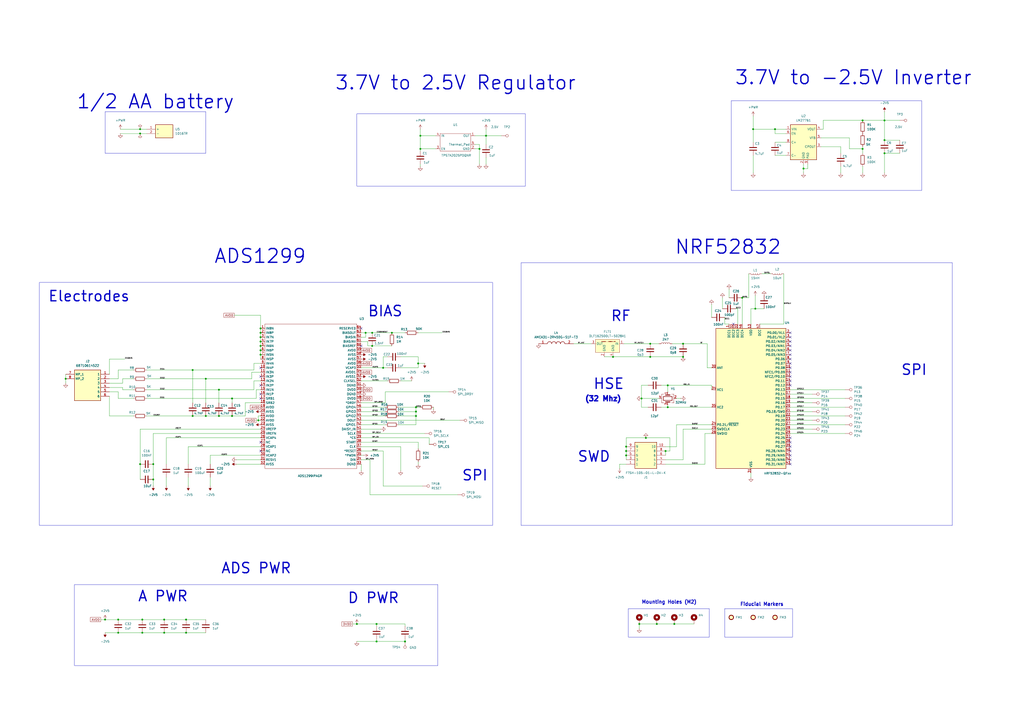
<source format=kicad_sch>
(kicad_sch (version 20250114) (generator "eeschema") (generator_version "9.0")
  (paper "A2")
  (rectangle (start 302.26 152.4) (end 552.45 304.8))
  (rectangle (start 424.18 58.42) (end 534.67 110.49))
  (rectangle (start 43.18 339.09) (end 254 386.08))
  (rectangle (start 22.86 163.83) (end 285.75 304.8))
  (rectangle (start 420.37 353.06) (end 459.74 369.57))
  (rectangle (start 364.49 353.06) (end 411.48 369.57))
  (rectangle (start 60.96 64.77) (end 119.38 88.9))
  (rectangle (start 207.01 66.04) (end 304.8 107.95))
  (text "3.7V to -2.5V Inverter\n" (at 425.958 49.784 0) (effects (font (size 8 8) (thickness 0.75)) (justify left bottom)))
  (text "Electrodes\n" (at 27.686 175.514 0) (effects (font (size 6 6) (thickness 0.75)) (justify left bottom)))
  (text "ADS PWR\n" (at 128.016 333.248 0) (effects (font (size 6 6) (thickness 0.75)) (justify left bottom)))
  (text "Mounting Holes (M2)\n" (at 372.11 350.52 0) (effects (font (size 2 2) (thickness 0.4) (bold yes)) (justify left bottom)))
  (text "3.7V to 2.5V Regulator\n" (at 194.056 52.832 0) (effects (font (size 8 8) (thickness 0.75)) (justify left bottom)))
  (text "SWD" (at 334.772 268.478 0) (effects (font (size 6 6) (thickness 0.75)) (justify left bottom)))
  (text "Fiducial Markers" (at 429.26 351.79 0) (effects (font (size 2 2) (thickness 0.4) (bold yes)) (justify left bottom)))
  (text "ADS1299\n" (at 123.952 153.416 0) (effects (font (size 8 8) (thickness 0.75)) (justify left bottom)))
  (text "D PWR\n" (at 201.422 350.52 0) (effects (font (size 6 6) (thickness 0.75)) (justify left bottom)))
  (text "A PWR\n" (at 79.756 349.504 0) (effects (font (size 6 6) (thickness 0.75)) (justify left bottom)))
  (text "SPI\n" (at 267.716 279.4 0) (effects (font (size 6 6) (thickness 0.75)) (justify left bottom)))
  (text "HSE " (at 343.916 226.314 0) (effects (font (size 6 6) (thickness 0.75)) (justify left bottom)))
  (text "(32 Mhz)" (at 339.09 233.172 0) (effects (font (size 3 3) (thickness 0.75)) (justify left bottom)))
  (text "NRF52832\n" (at 391.16 148.082 0) (effects (font (size 8 8) (thickness 0.75)) (justify left bottom)))
  (text "1/2 AA battery" (at 44.196 63.754 0) (effects (font (size 8 8) (thickness 0.75)) (justify left bottom)))
  (text "BIAS" (at 213.106 184.15 0) (effects (font (size 6 6) (thickness 0.75)) (justify left bottom)))
  (text "RF" (at 354.076 186.944 0) (effects (font (size 6 6) (thickness 0.75)) (justify left bottom)))
  (text "SPI\n" (at 522.478 218.186 0) (effects (font (size 6 6) (thickness 0.75)) (justify left bottom)))
  (junction (at 500.38 86.36))
  (junction (at 151.13 203.2))
  (junction (at 241.3 238.76))
  (junction (at 396.24 207.01))
  (junction (at 107.95 367.03))
  (junction (at 81.28 77.47))
  (junction (at 241.3 236.22))
  (junction (at 449.58 74.93))
  (junction (at 374.65 254))
  (junction (at 127 241.3))
  (junction (at 88.9 278.13))
  (junction (at 60.96 359.41))
  (junction (at 500.38 69.85))
  (junction (at 513.08 69.85))
  (junction (at 151.13 198.12))
  (junction (at 151.13 193.04))
  (junction (at 466.09 97.79))
  (junction (at 111.76 214.63))
  (junction (at 111.76 241.3))
  (junction (at 88.9 269.24))
  (junction (at 207.01 361.95))
  (junction (at 372.11 231.14))
  (junction (at 281.94 78.74))
  (junction (at 377.19 199.39))
  (junction (at 81.28 269.24))
  (junction (at 222.25 213.36))
  (junction (at 81.28 74.93))
  (junction (at 151.13 190.5))
  (junction (at 513.08 88.9))
  (junction (at 234.95 372.11))
  (junction (at 119.38 219.71))
  (junction (at 215.9 193.04))
  (junction (at 391.16 361.95))
  (junction (at 241.3 241.3))
  (junction (at 82.55 367.03))
  (junction (at 95.25 359.41))
  (junction (at 387.35 236.22))
  (junction (at 436.88 74.93))
  (junction (at 119.38 241.3))
  (junction (at 218.44 361.95))
  (junction (at 218.44 372.11))
  (junction (at 95.25 367.03))
  (junction (at 381 361.95))
  (junction (at 134.62 231.14))
  (junction (at 438.15 179.07))
  (junction (at 387.35 223.52))
  (junction (at 107.95 359.41))
  (junction (at 38.1 219.71))
  (junction (at 215.9 200.66))
  (junction (at 151.13 195.58))
  (junction (at 396.24 199.39))
  (junction (at 243.84 86.36))
  (junction (at 377.19 207.01))
  (junction (at 363.22 259.08))
  (junction (at 68.58 367.03))
  (junction (at 355.6 207.01))
  (junction (at 430.53 172.72))
  (junction (at 212.09 193.04))
  (junction (at 513.08 81.28))
  (junction (at 363.22 261.62))
  (junction (at 127 226.06))
  (junction (at 134.62 241.3))
  (junction (at 151.13 200.66))
  (junction (at 386.08 261.62))
  (junction (at 151.13 205.74))
  (junction (at 243.84 78.74))
  (junction (at 68.58 359.41))
  (junction (at 363.22 264.16))
  (junction (at 227.33 193.04))
  (junction (at 370.84 361.95))
  (junction (at 278.13 86.36))
  (junction (at 82.55 359.41))
  (junction (at 149.86 243.84))
  (junction (at 242.57 210.82))
  (no_connect (at 458.47 200.66))
  (no_connect (at 458.47 269.24))
  (no_connect (at 151.13 218.44))
  (no_connect (at 151.13 256.54))
  (no_connect (at 458.47 193.04))
  (no_connect (at 458.47 210.82))
  (no_connect (at 458.47 266.7))
  (no_connect (at 458.47 254))
  (no_connect (at 425.45 187.96))
  (no_connect (at 458.47 208.28))
  (no_connect (at 458.47 223.52))
  (no_connect (at 458.47 198.12))
  (no_connect (at 458.47 203.2))
  (no_connect (at 151.13 223.52))
  (no_connect (at 458.47 215.9))
  (no_connect (at 458.47 264.16))
  (no_connect (at 458.47 220.98))
  (no_connect (at 458.47 213.36))
  (no_connect (at 458.47 259.08))
  (no_connect (at 458.47 195.58))
  (no_connect (at 209.55 200.66))
  (no_connect (at 458.47 205.74))
  (no_connect (at 458.47 218.44))
  (no_connect (at 458.47 256.54))
  (no_connect (at 151.13 231.14))
  (no_connect (at 151.13 228.6))
  (no_connect (at 209.55 190.5))
  (no_connect (at 151.13 261.62))
  (no_connect (at 151.13 213.36))
  (no_connect (at 458.47 261.62))
  (wire (pts (xy 111.76 241.3) (xy 119.38 241.3)))
  (wire (pts (xy 68.58 219.71) (xy 63.5 219.71)))
  (wire (pts (xy 213.36 200.66) (xy 215.9 200.66)))
  (wire (pts (xy 134.62 231.14) (xy 134.62 233.68)))
  (wire (pts (xy 242.57 193.04) (xy 256.54 193.04)))
  (wire (pts (xy 82.55 359.41) (xy 95.25 359.41)))
  (wire (pts (xy 63.5 217.17) (xy 63.5 208.28)))
  (wire (pts (xy 477.52 74.93) (xy 476.25 74.93)))
  (wire (pts (xy 412.75 176.53) (xy 412.75 184.15)))
  (wire (pts (xy 147.32 226.06) (xy 127 226.06)))
  (wire (pts (xy 127 226.06) (xy 127 233.68)))
  (wire (pts (xy 232.41 207.01) (xy 242.57 207.01)))
  (wire (pts (xy 215.9 200.66) (xy 227.33 200.66)))
  (wire (pts (xy 476.25 80.01) (xy 492.76 80.01)))
  (wire (pts (xy 210.82 264.16) (xy 209.55 264.16)))
  (wire (pts (xy 455.93 74.93) (xy 449.58 74.93)))
  (wire (pts (xy 88.9 251.46) (xy 88.9 269.24)))
  (wire (pts (xy 209.55 238.76) (xy 223.52 238.76)))
  (wire (pts (xy 204.47 361.95) (xy 207.01 361.95)))
  (wire (pts (xy 209.55 220.98) (xy 224.79 220.98)))
  (wire (pts (xy 383.54 236.22) (xy 387.35 236.22)))
  (wire (pts (xy 422.91 187.96) (xy 420.37 187.96)))
  (wire (pts (xy 215.9 193.04) (xy 227.33 193.04)))
  (wire (pts (xy 149.86 243.84) (xy 151.13 243.84)))
  (wire (pts (xy 363.22 266.7) (xy 363.22 264.16)))
  (wire (pts (xy 223.52 233.68) (xy 209.55 233.68)))
  (wire (pts (xy 151.13 182.88) (xy 151.13 190.5)))
  (wire (pts (xy 223.52 227.33) (xy 223.52 233.68)))
  (wire (pts (xy 513.08 81.28) (xy 521.97 81.28)))
  (wire (pts (xy 68.58 214.63) (xy 68.58 219.71)))
  (wire (pts (xy 242.57 210.82) (xy 246.38 210.82)))
  (wire (pts (xy 386.08 261.62) (xy 386.08 264.16)))
  (wire (pts (xy 513.08 88.9) (xy 513.08 100.33)))
  (wire (pts (xy 241.3 236.22) (xy 241.3 238.76)))
  (wire (pts (xy 63.5 229.87) (xy 63.5 241.3)))
  (wire (pts (xy 81.28 269.24) (xy 81.28 278.13)))
  (wire (pts (xy 374.65 254) (xy 363.22 254)))
  (wire (pts (xy 447.04 158.75) (xy 441.96 158.75)))
  (wire (pts (xy 521.97 69.85) (xy 513.08 69.85)))
  (wire (pts (xy 209.55 259.08) (xy 232.41 259.08)))
  (wire (pts (xy 234.95 372.11) (xy 234.95 370.84)))
  (wire (pts (xy 412.75 248.92) (xy 396.24 248.92)))
  (wire (pts (xy 151.13 259.08) (xy 109.22 259.08)))
  (wire (pts (xy 381 361.95) (xy 391.16 361.95)))
  (wire (pts (xy 363.22 254) (xy 363.22 259.08)))
  (wire (pts (xy 372.11 236.22) (xy 372.11 231.14)))
  (wire (pts (xy 231.14 246.38) (xy 241.3 246.38)))
  (wire (pts (xy 147.32 210.82) (xy 147.32 214.63)))
  (wire (pts (xy 151.13 198.12) (xy 151.13 200.66)))
  (wire (pts (xy 449.58 74.93) (xy 436.88 74.93)))
  (wire (pts (xy 95.25 367.03) (xy 107.95 367.03)))
  (wire (pts (xy 137.16 266.7) (xy 151.13 266.7)))
  (wire (pts (xy 410.21 199.39) (xy 396.24 199.39)))
  (wire (pts (xy 222.25 207.01) (xy 222.25 213.36)))
  (wire (pts (xy 142.24 233.68) (xy 142.24 241.3)))
  (wire (pts (xy 68.58 214.63) (xy 77.47 214.63)))
  (wire (pts (xy 111.76 214.63) (xy 111.76 233.68)))
  (wire (pts (xy 370.84 361.95) (xy 381 361.95)))
  (wire (pts (xy 246.38 251.46) (xy 209.55 251.46)))
  (wire (pts (xy 81.28 248.92) (xy 151.13 248.92)))
  (wire (pts (xy 241.3 236.22) (xy 243.84 236.22)))
  (wire (pts (xy 281.94 78.74) (xy 281.94 83.82)))
  (wire (pts (xy 209.55 241.3) (xy 223.52 241.3)))
  (wire (pts (xy 359.41 269.24) (xy 363.22 269.24)))
  (wire (pts (xy 85.09 231.14) (xy 134.62 231.14)))
  (wire (pts (xy 265.43 287.02) (xy 214.63 287.02)))
  (wire (pts (xy 458.47 243.84) (xy 471.17 243.84)))
  (wire (pts (xy 243.84 96.52) (xy 243.84 95.25)))
  (wire (pts (xy 242.57 256.54) (xy 242.57 260.35)))
  (wire (pts (xy 222.25 261.62) (xy 209.55 261.62)))
  (wire (pts (xy 38.1 219.71) (xy 38.1 222.25)))
  (wire (pts (xy 127 241.3) (xy 134.62 241.3)))
  (wire (pts (xy 500.38 86.36) (xy 500.38 88.9)))
  (wire (pts (xy 119.38 241.3) (xy 127 241.3)))
  (wire (pts (xy 476.25 85.09) (xy 487.68 85.09)))
  (wire (pts (xy 449.58 74.93) (xy 449.58 77.47)))
  (wire (pts (xy 412.75 223.52) (xy 387.35 223.52)))
  (wire (pts (xy 436.88 74.93) (xy 436.88 82.55)))
  (wire (pts (xy 231.14 236.22) (xy 241.3 236.22)))
  (wire (pts (xy 391.16 361.95) (xy 402.59 361.95)))
  (wire (pts (xy 281.94 91.44) (xy 281.94 95.25)))
  (wire (pts (xy 109.22 259.08) (xy 109.22 269.24)))
  (wire (pts (xy 466.09 97.79) (xy 466.09 100.33)))
  (wire (pts (xy 252.73 86.36) (xy 243.84 86.36)))
  (wire (pts (xy 218.44 372.11) (xy 218.44 370.84)))
  (wire (pts (xy 396.24 266.7) (xy 386.08 266.7)))
  (wire (pts (xy 458.47 236.22) (xy 490.22 236.22)))
  (wire (pts (xy 231.14 238.76) (xy 241.3 238.76)))
  (wire (pts (xy 477.52 69.85) (xy 477.52 74.93)))
  (wire (pts (xy 377.19 207.01) (xy 396.24 207.01)))
  (wire (pts (xy 241.3 238.76) (xy 241.3 241.3)))
  (wire (pts (xy 386.08 259.08) (xy 392.43 259.08)))
  (wire (pts (xy 436.88 67.31) (xy 436.88 74.93)))
  (wire (pts (xy 251.46 236.22) (xy 251.46 237.49)))
  (wire (pts (xy 60.96 367.03) (xy 68.58 367.03)))
  (wire (pts (xy 412.75 236.22) (xy 387.35 236.22)))
  (wire (pts (xy 209.55 243.84) (xy 266.7 243.84)))
  (wire (pts (xy 245.11 281.94) (xy 222.25 281.94)))
  (wire (pts (xy 242.57 267.97) (xy 242.57 269.24)))
  (wire (pts (xy 142.24 233.68) (xy 151.13 233.68)))
  (wire (pts (xy 420.37 187.96) (xy 420.37 184.15)))
  (wire (pts (xy 81.28 77.47) (xy 85.09 77.47)))
  (wire (pts (xy 119.38 219.71) (xy 146.05 219.71)))
  (wire (pts (xy 466.09 97.79) (xy 468.63 97.79)))
  (wire (pts (xy 449.58 82.55) (xy 455.93 82.55)))
  (wire (pts (xy 435.61 179.07) (xy 438.15 179.07)))
  (wire (pts (xy 151.13 190.5) (xy 151.13 193.04)))
  (wire (pts (xy 408.94 251.46) (xy 408.94 269.24)))
  (wire (pts (xy 242.57 213.36) (xy 242.57 210.82)))
  (wire (pts (xy 209.55 193.04) (xy 212.09 193.04)))
  (wire (pts (xy 63.5 241.3) (xy 77.47 241.3)))
  (wire (pts (xy 419.1 179.07) (xy 419.1 172.72)))
  (wire (pts (xy 149.86 241.3) (xy 149.86 243.84)))
  (wire (pts (xy 218.44 372.11) (xy 234.95 372.11)))
  (wire (pts (xy 119.38 219.71) (xy 119.38 233.68)))
  (wire (pts (xy 82.55 367.03) (xy 95.25 367.03)))
  (wire (pts (xy 212.09 193.04) (xy 212.09 195.58)))
  (wire (pts (xy 513.08 88.9) (xy 521.97 88.9)))
  (wire (pts (xy 58.42 359.41) (xy 60.96 359.41)))
  (wire (pts (xy 71.12 219.71) (xy 71.12 222.25)))
  (wire (pts (xy 243.84 74.93) (xy 243.84 78.74)))
  (wire (pts (xy 232.41 220.98) (xy 238.76 220.98)))
  (wire (pts (xy 107.95 359.41) (xy 119.38 359.41)))
  (wire (pts (xy 63.5 208.28) (xy 72.39 208.28)))
  (wire (pts (xy 147.32 220.98) (xy 147.32 226.06)))
  (wire (pts (xy 218.44 361.95) (xy 234.95 361.95)))
  (wire (pts (xy 500.38 69.85) (xy 513.08 69.85)))
  (wire (pts (xy 278.13 83.82) (xy 278.13 86.36)))
  (wire (pts (xy 435.61 187.96) (xy 435.61 179.07)))
  (wire (pts (xy 241.3 241.3) (xy 241.3 246.38)))
  (wire (pts (xy 96.52 254) (xy 96.52 269.24)))
  (wire (pts (xy 232.41 259.08) (xy 232.41 273.05)))
  (wire (pts (xy 209.55 246.38) (xy 223.52 246.38)))
  (wire (pts (xy 281.94 78.74) (xy 290.83 78.74)))
  (wire (pts (xy 68.58 359.41) (xy 82.55 359.41)))
  (wire (pts (xy 242.57 207.01) (xy 242.57 210.82)))
  (wire (pts (xy 466.09 95.25) (xy 466.09 97.79)))
  (wire (pts (xy 71.12 224.79) (xy 63.5 224.79)))
  (wire (pts (xy 227.33 193.04) (xy 234.95 193.04)))
  (wire (pts (xy 438.15 179.07) (xy 438.15 171.45)))
  (wire (pts (xy 375.92 223.52) (xy 372.11 223.52)))
  (wire (pts (xy 96.52 276.86) (xy 96.52 281.94)))
  (wire (pts (xy 134.62 241.3) (xy 142.24 241.3)))
  (wire (pts (xy 427.99 179.07) (xy 426.72 179.07)))
  (wire (pts (xy 435.61 274.32) (xy 435.61 276.86)))
  (wire (pts (xy 438.15 179.07) (xy 443.23 179.07)))
  (wire (pts (xy 422.91 172.72) (xy 422.91 167.64)))
  (wire (pts (xy 68.58 367.03) (xy 82.55 367.03)))
  (wire (pts (xy 81.28 248.92) (xy 81.28 269.24)))
  (wire (pts (xy 109.22 276.86) (xy 109.22 281.94)))
  (wire (pts (xy 375.92 236.22) (xy 372.11 236.22)))
  (wire (pts (xy 209.55 213.36) (xy 222.25 213.36)))
  (wire (pts (xy 151.13 220.98) (xy 147.32 220.98)))
  (wire (pts (xy 146.05 215.9) (xy 146.05 219.71)))
  (wire (pts (xy 363.22 264.16) (xy 363.22 261.62)))
  (wire (pts (xy 386.08 261.62) (xy 388.62 261.62)))
  (wire (pts (xy 85.09 214.63) (xy 111.76 214.63)))
  (wire (pts (xy 209.55 236.22) (xy 223.52 236.22)))
  (wire (pts (xy 388.62 261.62) (xy 388.62 254)))
  (wire (pts (xy 121.92 276.86) (xy 121.92 281.94)))
  (wire (pts (xy 392.43 231.14) (xy 394.97 231.14)))
  (wire (pts (xy 477.52 69.85) (xy 500.38 69.85)))
  (wire (pts (xy 232.41 213.36) (xy 242.57 213.36)))
  (wire (pts (xy 209.55 256.54) (xy 242.57 256.54)))
  (wire (pts (xy 209.55 254) (xy 248.92 254)))
  (wire (pts (xy 342.9 199.39) (xy 332.74 199.39)))
  (wire (pts (xy 88.9 278.13) (xy 88.9 281.94)))
  (wire (pts (xy 455.93 77.47) (xy 449.58 77.47)))
  (wire (pts (xy 224.79 207.01) (xy 222.25 207.01)))
  (wire (pts (xy 430.53 172.72) (xy 430.53 187.96)))
  (wire (pts (xy 275.59 86.36) (xy 278.13 86.36)))
  (wire (pts (xy 68.58 227.33) (xy 68.58 231.14)))
  (wire (pts (xy 234.95 363.22) (xy 234.95 361.95)))
  (wire (pts (xy 392.43 259.08) (xy 392.43 246.38)))
  (wire (pts (xy 363.22 261.62) (xy 363.22 259.08)))
  (wire (pts (xy 151.13 200.66) (xy 151.13 203.2)))
  (wire (pts (xy 38.1 217.17) (xy 38.1 219.71)))
  (wire (pts (xy 151.13 193.04) (xy 151.13 195.58)))
  (wire (pts (xy 500.38 85.09) (xy 500.38 86.36)))
  (wire (pts (xy 71.12 226.06) (xy 77.47 226.06)))
  (wire (pts (xy 209.55 248.92) (xy 220.98 248.92)))
  (wire (pts (xy 85.09 219.71) (xy 119.38 219.71)))
  (wire (pts (xy 275.59 78.74) (xy 281.94 78.74)))
  (wire (pts (xy 513.08 64.77) (xy 513.08 69.85)))
  (wire (pts (xy 382.27 231.14) (xy 372.11 231.14)))
  (wire (pts (xy 151.13 210.82) (xy 147.32 210.82)))
  (wire (pts (xy 260.35 227.33) (xy 223.52 227.33)))
  (wire (pts (xy 382.27 199.39) (xy 377.19 199.39)))
  (wire (pts (xy 436.88 90.17) (xy 436.88 100.33)))
  (wire (pts (xy 95.25 359.41) (xy 107.95 359.41)))
  (wire (pts (xy 392.43 246.38) (xy 412.75 246.38)))
  (wire (pts (xy 377.19 199.39) (xy 361.95 199.39)))
  (wire (pts (xy 207.01 372.11) (xy 218.44 372.11)))
  (wire (pts (xy 275.59 83.82) (xy 278.13 83.82)))
  (wire (pts (xy 458.47 228.6) (xy 471.17 228.6)))
  (wire (pts (xy 212.09 193.04) (xy 215.9 193.04)))
  (wire (pts (xy 458.47 251.46) (xy 490.22 251.46)))
  (wire (pts (xy 88.9 251.46) (xy 151.13 251.46)))
  (wire (pts (xy 151.13 195.58) (xy 151.13 198.12)))
  (wire (pts (xy 71.12 222.25) (xy 63.5 222.25)))
  (wire (pts (xy 151.13 205.74) (xy 151.13 208.28)))
  (wire (pts (xy 214.63 287.02) (xy 214.63 266.7)))
  (wire (pts (xy 412.75 223.52) (xy 412.75 226.06)))
  (wire (pts (xy 458.47 241.3) (xy 490.22 241.3)))
  (wire (pts (xy 408.94 251.46) (xy 412.75 251.46)))
  (wire (pts (xy 387.35 236.22) (xy 387.35 234.95)))
  (wire (pts (xy 243.84 78.74) (xy 243.84 86.36)))
  (wire (pts (xy 222.25 213.36) (xy 224.79 213.36)))
  (wire (pts (xy 513.08 69.85) (xy 513.08 81.28)))
  (wire (pts (xy 434.34 172.72) (xy 434.34 158.75)))
  (wire (pts (xy 88.9 269.24) (xy 88.9 278.13)))
  (wire (pts (xy 383.54 223.52) (xy 387.35 223.52)))
  (wire (pts (xy 248.92 257.81) (xy 248.92 254)))
  (wire (pts (xy 410.21 199.39) (xy 410.21 213.36)))
  (wire (pts (xy 492.76 80.01) (xy 492.76 86.36)))
  (wire (pts (xy 427.99 179.07) (xy 427.99 187.96)))
  (wire (pts (xy 396.24 199.39) (xy 389.89 199.39)))
  (wire (pts (xy 147.32 214.63) (xy 111.76 214.63)))
  (wire (pts (xy 350.52 207.01) (xy 355.6 207.01)))
  (wire (pts (xy 222.25 281.94) (xy 222.25 261.62)))
  (wire (pts (xy 71.12 219.71) (xy 77.47 219.71)))
  (wire (pts (xy 85.09 226.06) (xy 127 226.06)))
  (wire (pts (xy 458.47 233.68) (xy 471.17 233.68)))
  (wire (pts (xy 209.55 269.24) (xy 209.55 273.05)))
  (wire (pts (xy 213.36 198.12) (xy 209.55 198.12)))
  (wire (pts (xy 387.35 227.33) (xy 387.35 223.52)))
  (wire (pts (xy 458.47 248.92) (xy 471.17 248.92)))
  (wire (pts (xy 151.13 215.9) (xy 146.05 215.9)))
  (wire (pts (xy 454.66 187.96) (xy 440.69 187.96)))
  (wire (pts (xy 454.66 158.75) (xy 454.66 187.96)))
  (wire (pts (xy 231.14 241.3) (xy 241.3 241.3)))
  (wire (pts (xy 151.13 254) (xy 96.52 254)))
  (wire (pts (xy 458.47 226.06) (xy 490.22 226.06)))
  (wire (pts (xy 151.13 226.06) (xy 148.59 226.06)))
  (wire (pts (xy 71.12 226.06) (xy 71.12 224.79)))
  (wire (pts (xy 69.85 74.93) (xy 81.28 74.93)))
  (wire (pts (xy 69.85 77.47) (xy 81.28 77.47)))
  (wire (pts (xy 121.92 264.16) (xy 121.92 269.24)))
  (wire (pts (xy 252.73 78.74) (xy 243.84 78.74)))
  (wire (pts (xy 355.6 207.01) (xy 377.19 207.01)))
  (wire (pts (xy 68.58 231.14) (xy 77.47 231.14)))
  (wire (pts (xy 214.63 266.7) (xy 209.55 266.7)))
  (wire (pts (xy 449.58 90.17) (xy 455.93 90.17)))
  (wire (pts (xy 218.44 361.95) (xy 218.44 363.22)))
  (wire (pts (xy 359.41 269.24) (xy 359.41 271.78)))
  (wire (pts (xy 412.75 213.36) (xy 410.21 213.36)))
  (wire (pts (xy 63.5 227.33) (xy 68.58 227.33)))
  (wire (pts (xy 209.55 195.58) (xy 212.09 195.58)))
  (wire (pts (xy 243.84 86.36) (xy 243.84 87.63)))
  (wire (pts (xy 134.62 231.14) (xy 148.59 231.14)))
  (wire (pts (xy 151.13 241.3) (xy 149.86 241.3)))
  (wire (pts (xy 458.47 231.14) (xy 490.22 231.14)))
  (wire (pts (xy 370.84 361.95) (xy 370.84 364.49)))
  (wire (pts (xy 151.13 182.88) (xy 135.89 182.88)))
  (wire (pts (xy 278.13 86.36) (xy 278.13 95.25)))
  (wire (pts (xy 408.94 269.24) (xy 386.08 269.24)))
  (wire (pts (xy 281.94 74.93) (xy 281.94 78.74)))
  (wire (pts (xy 148.59 226.06) (xy 148.59 231.14)))
  (wire (pts (xy 137.16 269.24) (xy 151.13 269.24)))
  (wire (pts (xy 374.65 254) (xy 388.62 254)))
  (wire (pts (xy 148.59 243.84) (xy 149.86 243.84)))
  (wire (pts (xy 60.96 359.41) (xy 68.58 359.41)))
  (wire (pts (xy 151.13 264.16) (xy 121.92 264.16)))
  (wire (pts (xy 213.36 200.66) (xy 213.36 198.12)))
  (wire (pts (xy 207.01 361.95) (xy 218.44 361.95)))
  (wire (pts (xy 372.11 223.52) (xy 372.11 231.14)))
  (wire (pts (xy 468.63 95.25) (xy 468.63 97.79)))
  (wire (pts (xy 396.24 248.92) (xy 396.24 266.7)))
  (wire (pts (xy 458.47 238.76) (xy 471.17 238.76)))
  (wire (pts (xy 430.53 172.72) (xy 434.34 172.72)))
  (wire (pts (xy 458.47 246.38) (xy 490.22 246.38)))
  (wire (pts (xy 487.68 85.09) (xy 487.68 88.9)))
  (wire (pts (xy 107.95 367.03) (xy 119.38 367.03)))
  (wire (pts (xy 492.76 86.36) (xy 500.38 86.36)))
  (wire (pts (xy 500.38 96.52) (xy 500.38 100.33)))
  (wire (pts (xy 85.09 241.3) (xy 111.76 241.3)))
  (wire (pts (xy 81.28 74.93) (xy 85.09 74.93)))
  (wire (pts (xy 487.68 96.52) (xy 487.68 100.33)))
  (wire (pts (xy 151.13 203.2) (xy 151.13 205.74)))
  (label "SMPS" (at 430.53 172.72 0) (effects (font (size 0.7 0.7))))
  (label "GPIO13" (at 462.28 226.06 0) (effects (font (size 0.7 0.7))))
  (label "DOUT" (at 255.27 243.84 0) (effects (font (size 0.7 0.7))))
  (label "RF_ANT" (at 339.09 199.39 180) (effects (font (size 0.7 0.7))))
  (label "SPI_MOSI" (at 212.09 266.7 0) (effects (font (size 0.7 0.7))))
  (label "GPIOL" (at 241.3 236.22 0) (effects (font (size 0.7 0.7))))
  (label "GPIO22" (at 462.2447 246.38 0) (effects (font (size 0.7 0.7))))
  (label "EEG3" (at 92.71 219.71 0) (effects (font (size 0.7 0.7))))
  (label "EEGBIASOUT" (at 218.44 193.04 0) (effects (font (size 0.7 0.7))))
  (label "GPIO19" (at 462.28 241.3 0) (effects (font (size 0.7 0.7))))
  (label "GPIO18" (at 462.1493 238.76 0) (effects (font (size 0.7 0.7))))
  (label "VCAP3" (at 215.9 213.36 0) (effects (font (size 0.7 0.7))))
  (label "START" (at 215.9 256.54 0) (effects (font (size 0.7 0.7))))
  (label "CLKSEL" (at 215.9 220.98 0) (effects (font (size 0.7 0.7))))
  (label "EEGREF" (at 88.9 241.3 0) (effects (font (size 0.7 0.7))))
  (label "HSE_OUT" (at 400.05 236.22 0) (effects (font (size 0.7 0.7))))
  (label "SPI_SCLK" (at 215.9 251.46 0) (effects (font (size 0.7 0.7))))
  (label "DEC3" (at 426.72 179.07 0) (effects (font (size 0.7 0.7))))
  (label "SMPSL" (at 443.23 158.75 0) (effects (font (size 0.7 0.7))))
  (label "VCAP4" (at 101.6 254 0) (effects (font (size 0.7 0.7))))
  (label "HSE_IN" (at 396.24 223.52 0) (effects (font (size 0.7 0.7))))
  (label "GPIO16" (at 462.3083 233.68 0) (effects (font (size 0.7 0.7))))
  (label "SPI_CS" (at 215.9 254 0) (effects (font (size 0.7 0.7))))
  (label "GPIO15" (at 462.3848 231.14 0) (effects (font (size 0.7 0.7))))
  (label "EEGBIAS" (at 72.39 208.28 0) (effects (font (size 0.7 0.7))))
  (label "SMPSLX" (at 454.66 176.53 0) (effects (font (size 0.7 0.7))))
  (label "SPI_DRDY" (at 217.17 233.68 0) (effects (font (size 0.7 0.7))))
  (label "GPIO3" (at 215.9 238.76 0) (effects (font (size 0.7 0.7))))
  (label "GPIO4" (at 215.9 236.22 0) (effects (font (size 0.7 0.7))))
  (label "RESET" (at 215.9 261.62 0) (effects (font (size 0.7 0.7))))
  (label "GPIO24" (at 462.28 251.46 0) (effects (font (size 0.7 0.7))))
  (label "GPIO1" (at 215.9 246.38 0) (effects (font (size 0.7 0.7))))
  (label "GPIO14" (at 462.28 228.6 0) (effects (font (size 0.7 0.7))))
  (label "RF" (at 407.67 199.39 180) (effects (font (size 0.7 0.7))))
  (label "GPIO17" (at 462.28 236.22 0) (effects (font (size 0.7 0.7))))
  (label "GPIO23" (at 462.28 248.92 0) (effects (font (size 0.7 0.7))))
  (label "SWCLK" (at 401.32 248.92 0) (effects (font (size 0.7 0.7))))
  (label "VREFP" (at 101.6 248.92 0) (effects (font (size 0.7 0.7))))
  (label "SWRST" (at 401.32 246.38 0) (effects (font (size 0.7 0.7))))
  (label "EEG1" (at 92.71 231.14 0) (effects (font (size 0.7 0.7))))
  (label "EEG4" (at 92.71 214.63 0) (effects (font (size 0.7 0.7))))
  (label "VCAP2" (at 128.27 264.16 0) (effects (font (size 0.7 0.7))))
  (label "DEC1" (at 420.37 185.42 0) (effects (font (size 0.7 0.7))))
  (label "RF_MATCH" (at 373.38 199.39 180) (effects (font (size 0.7 0.7))))
  (label "GPIO20" (at 462.28 243.84 0) (effects (font (size 0.7 0.7))))
  (label "EEGBIAS" (at 256.54 193.04 0) (effects (font (size 0.7 0.7))))
  (label "SWDIO" (at 401.32 269.24 0) (effects (font (size 0.7 0.7))))
  (label "VCAP1" (at 114.3 259.08 0) (effects (font (size 0.7 0.7))))
  (label "EEG2" (at 92.71 226.06 0) (effects (font (size 0.7 0.7))))
  (label "GPIO2" (at 215.9 241.3 0) (effects (font (size 0.7 0.7))))
  (global_label "AVDD" (shape passive) (at 209.55 203.2 0) (property "Intersheetrefs" "${INTERSHEET_REFS}" (effects (hide yes))))
  (global_label "AVDD" (shape passive) (at 148.59 243.84 180) (property "Intersheetrefs" "${INTERSHEET_REFS}" (effects (hide yes))))
  (global_label "DVDD" (shape passive) (at 209.55 226.06 0) (property "Intersheetrefs" "${INTERSHEET_REFS}" (effects (hide yes))))
  (global_label "DVDD" (shape passive) (at 204.47 361.95 180) (property "Intersheetrefs" "${INTERSHEET_REFS}" (effects (hide yes))))
  (global_label "DVDD" (shape passive) (at 209.55 231.14 0) (property "Intersheetrefs" "${INTERSHEET_REFS}" (effects (hide yes))))
  (global_label "AVDD" (shape passive) (at 58.42 359.41 180) (property "Intersheetrefs" "${INTERSHEET_REFS}" (effects (hide yes))))
  (global_label "AVDD" (shape passive) (at 209.55 215.9 0) (property "Intersheetrefs" "${INTERSHEET_REFS}" (effects (hide yes))))
  (global_label "AVDD" (shape passive) (at 135.89 182.88 180) (property "Intersheetrefs" "${INTERSHEET_REFS}" (effects (hide yes))))
  (global_label "AVDD" (shape passive) (at 151.13 236.22 180) (property "Intersheetrefs" "${INTERSHEET_REFS}" (effects (hide yes))))
  (global_label "AVDD" (shape passive) (at 209.55 210.82 0) (property "Intersheetrefs" "${INTERSHEET_REFS}" (effects (hide yes))))
  (symbol (lib_id "power:GND") (at 466.09 100.33 0) (unit 1)
    (property "Reference" "#PWR010" (effects (hide yes)))
    (property "Value" "GND" (effects (hide yes)))
    (property "Description" "Power symbol creates a global label with name \"GND\" , ground" (effects (hide yes)))
  )
  (symbol (lib_id "power:-2V5") (at 209.55 208.28 270) (unit 1)
    (property "Reference" "#PWR044" (effects (hide yes)))
    (property "Value" "-2V5" (at 213.36 208.2799 90) (effects (justify left)))
    (property "Description" "Power symbol creates a global label with name \"-2V5\"" (effects (hide yes)))
  )
  (symbol (lib_id "Device:C") (at 134.62 237.49 180) (unit 1)
    (property "Reference" "C15" (at 135.636 235.204 0) (effects (justify right)))
    (property "Value" "4.7nF" (at 135.89 239.776 0) (effects (justify right)))
    (property "Footprint" "Capacitor_SMD:C_0402_1005Metric_Pad0.74x0.62mm_HandSolder" (effects (hide yes)))
    (property "Description" "Unpolarized capacitor" (effects (hide yes)))
    (property "Distributor Link" "https://www.mouser.co.uk/ProductDetail/Murata-Electronics/GRM1555C1H472GE01D?qs=d0WKAl%252BL4KYIMWk4cxSyWw%3D%3D" (effects (hide yes)))
    (property "Manufacturer" "Murata Electronics" (effects (hide yes)))
    (property "Manufacturer Part Number" "GRM1555C1H472GE01D" (effects (hide yes)))
  )
  (symbol (lib_id "AMCA31-2R450G-S1F-T3:AMCA31-2R450G-S1F-T3") (at 312.42 199.39 0) (unit 1)
    (property "Reference" "L4" (at 322.58 193.04 0))
    (property "Value" "AMCA31-2R450G-S1F-T3" (at 322.58 195.58 0))
    (property "Footprint" "foots:AMCA31-2R450G-S1F-T3" (effects (hide yes)))
    (property "Datasheet" "https://abracon.com/chip-antenna/AMCA31-2R450G-S1F-T.pdf" (effects (hide yes)))
    (property "Description" "ABRACON - AMCA31-2R450G-S1F-T3 - ANTENNA, CHIP, 2.45GHZ, 50 OHM, 1206" (effects (hide yes)))
    (property "Distributor Link" "https://www.mouser.co.uk/ProductDetail/ABRACON/AMCA31-2R450G-S1F-T3?qs=AAveGqk956GLuOddQEK40Q%3D%3D" (effects (hide yes)))
    (property "Manufacturer" "ABRACON" (effects (hide yes)))
    (property "Manufacturer Part Number" "AMCA31-2R450G-S1F-T3 " (effects (hide yes)))
  )
  (symbol (lib_id "Device:L") (at 450.85 158.75 270) (unit 1)
    (property "Reference" "L2" (at 450.85 156.21 90))
    (property "Value" "10uH" (at 450.85 161.29 90))
    (property "Footprint" "Inductor_SMD:L_1008_2520Metric_Pad1.43x2.20mm_HandSolder" (effects (hide yes)))
    (property "Description" "Inductor" (effects (hide yes)))
    (property "Distributor Link" "https://www.mouser.co.uk/ProductDetail/Delevan/S1008R-103J?qs=SJhchFGwXo%2FMvODdhp%2FG%2FA%3D%3D" (effects (hide yes)))
    (property "Manufacturer" "Delevan" (effects (hide yes)))
    (property "Manufacturer Part Number" "S1008R-103J " (effects (hide yes)))
  )
  (symbol (lib_id "Device:R") (at 81.28 214.63 90) (unit 1)
    (property "Reference" "R8" (at 76.454 213.36 90))
    (property "Value" "5K" (at 86.36 213.106 90))
    (property "Footprint" "Resistor_SMD:R_0402_1005Metric_Pad0.72x0.64mm_HandSolder" (effects (hide yes)))
    (property "Description" "Resistor" (effects (hide yes)))
    (property "Distributor Link" "https://www.mouser.co.uk/ProductDetail/YAGEO/RC0402FR-075KL?qs=sGAEpiMZZMvdGkrng054t%2FEV866paE0hyXJSmToclJJKvzVMOUPgFg%3D%3D" (effects (hide yes)))
    (property "Manufacturer" "YAGEO" (effects (hide yes)))
    (property "Manufacturer Part Number" "RC0402FR-075KL " (effects (hide yes)))
  )
  (symbol (lib_id "EEG components:ADS1299IPAGR") (at 180.34 227.33 0) (unit 1)
    (property "Reference" "U3" (at 209.804 184.912 0))
    (property "Value" "ADS1299IPAGR" (at 179.832 276.098 0))
    (property "Footprint" "foots:ADS1299IPAGR" (effects (hide yes)))
    (property "Datasheet" "https://www.ti.com/lit/ds/symlink/ads1299.pdf?ts=1742043862854&ref_url=https%253A%252F%252Fwww.ti.com%252Fproduct%252FADS1299%253FkeyMatch%253DADS1299%2526tisearch%253Duniversal_search%2526usecase%253DGPN" (effects (hide yes)))
    (property "Distributor Link" "https://www.mouser.co.uk/ProductDetail/Texas-Instruments/ADS1299IPAGR?qs=sGAEpiMZZMutXGli8Ay4kMq%2FeT24whT7PrRp9qR%252BEYA%3D" (effects (hide yes)))
    (property "Manufacturer" "Texas Instruments" (effects (hide yes)))
    (property "Manufacturer Part Number" "ADS1299IPAGR" (effects (hide yes)))
  )
  (symbol (lib_id "Mechanical:MountingHole_Pad") (at 370.84 359.41 0) (unit 1) (in_bom no)
    (property "Reference" "H1" (at 373.38 356.87 0) (effects (justify left)))
    (property "Value" "MountingHole_Pad" (effects (hide yes)))
    (property "Footprint" "MountingHole:MountingHole_2.2mm_M2_Pad_Via" (effects (hide yes)))
  )
  (symbol (lib_id "Device:C") (at 379.73 236.22 270) (unit 1)
    (property "Reference" "C31" (at 379.73 232.41 90))
    (property "Value" "12pF" (at 379.73 241.3 90))
    (property "Footprint" "Capacitor_SMD:C_0603_1608Metric_Pad1.08x0.95mm_HandSolder" (effects (hide yes)))
    (property "Description" "Unpolarized capacitor" (effects (hide yes)))
    (property "Distributor Link" "https://www.mouser.co.uk/ProductDetail/KEMET/C0603C120K9RAC7411?qs=rrS6PyfT74fGanMoi9Yszw%3D%3D" (effects (hide yes)))
    (property "Manufacturer" "KEMET" (effects (hide yes)))
    (property "Manufacturer Part Number" "C0603C120K9RAC7411" (effects (hide yes)))
  )
  (symbol (lib_id "power:-2V5") (at 209.55 205.74 270) (unit 1)
    (property "Reference" "#PWR043" (effects (hide yes)))
    (property "Value" "-2V5" (at 213.36 205.7399 90) (effects (justify left)))
    (property "Description" "Power symbol creates a global label with name \"-2V5\"" (effects (hide yes)))
  )
  (symbol (lib_id "power:GND") (at 436.88 100.33 0) (unit 1)
    (property "Reference" "#PWR09" (effects (hide yes)))
    (property "Value" "GND" (effects (hide yes)))
    (property "Description" "Power symbol creates a global label with name \"GND\" , ground" (effects (hide yes)))
  )
  (symbol (lib_id "Device:R") (at 500.38 73.66 0) (unit 1)
    (property "Reference" "R1" (at 502.92 72.3899 0) (effects (justify left)))
    (property "Value" "100K" (at 502.92 74.9299 0) (effects (justify left)))
    (property "Footprint" "Resistor_SMD:R_0402_1005Metric_Pad0.72x0.64mm_HandSolder" (effects (hide yes)))
    (property "Description" "Resistor" (effects (hide yes)))
    (property "Distributor Link" "https://www.mouser.co.uk/ProductDetail/Bourns/CR0402-JW-104GLF?qs=K5ddiUFZPT6F5Sk3R93%2Fiw%3D%3D" (effects (hide yes)))
    (property "Manufacturer" "Bourns" (effects (hide yes)))
    (property "Manufacturer Part Number" "CR0402-JW-104GLF " (effects (hide yes)))
  )
  (symbol (lib_id "Device:C") (at 111.76 237.49 0) (unit 1)
    (property "Reference" "C12" (at 112.522 235.204 0) (effects (justify left)))
    (property "Value" "4.7nF" (at 112.522 239.776 0) (effects (justify left)))
    (property "Footprint" "Capacitor_SMD:C_0402_1005Metric_Pad0.74x0.62mm_HandSolder" (effects (hide yes)))
    (property "Description" "Unpolarized capacitor" (effects (hide yes)))
    (property "Distributor Link" "https://www.mouser.co.uk/ProductDetail/Murata-Electronics/GRM1555C1H472GE01D?qs=d0WKAl%252BL4KYIMWk4cxSyWw%3D%3D" (effects (hide yes)))
    (property "Manufacturer" "Murata Electronics" (effects (hide yes)))
    (property "Manufacturer Part Number" "GRM1555C1H472GE01D" (effects (hide yes)))
  )
  (symbol (lib_id "EEG components:TPS7A2025PDQNR") (at 264.16 82.55 0) (unit 1)
    (property "Reference" "U1" (at 264.16 72.39 0))
    (property "Value" "TPS7A2025PDQNR" (at 264.668 90.17 0))
    (property "Footprint" "foots:TPS7A2025PDQNR" (effects (hide yes)))
    (property "Datasheet" "https://www.ti.com/lit/ds/symlink/tps7a20.pdf?ts=1752901009181&ref_url=https%253A%252F%252Fwww.mouser.com%252F" (effects (hide yes)))
    (property "Distributor Link" "https://www.mouser.co.uk/ProductDetail/Texas-Instruments/TPS7A2025PDQNR?qs=IS%252B4QmGtzzruEOzuJyvKtQ%3D%3D" (effects (hide yes)))
    (property "Manufacturer" "Texas Instruments" (effects (hide yes)))
    (property "Manufacturer Part Number" "TPS7A2025PDQNR" (effects (hide yes)))
  )
  (symbol (lib_id "Device:C") (at 377.19 203.2 0) (mirror y) (unit 1)
    (property "Reference" "C28" (at 373.38 203.2 0) (effects (justify left)))
    (property "Value" "0p3" (at 373.38 205.74 0) (effects (justify left)))
    (property "Footprint" "Capacitor_SMD:C_0402_1005Metric" (effects (hide yes)))
    (property "Distributor Link" "https://www.mouser.co.uk/ProductDetail/Murata-Electronics/GRM1555C1HR30WA01D?qs=e%252BE4OD6MgMcS%252BbE0ktTutg%3D%3D" (effects (hide yes)))
    (property "Manufacturer" "Murata" (effects (hide yes)))
    (property "Manufacturer Part Number" "GRM1555C1HR30WA01D" (effects (hide yes)))
  )
  (symbol (lib_id "Device:R") (at 227.33 246.38 90) (unit 1)
    (property "Reference" "R19" (at 222.758 244.856 90))
    (property "Value" "10K" (at 232.664 245.11 90))
    (property "Footprint" "Resistor_SMD:R_0402_1005Metric_Pad0.72x0.64mm_HandSolder" (effects (hide yes)))
    (property "Description" "Resistor" (effects (hide yes)))
    (property "Distributor Link" "https://www.mouser.co.uk/ProductDetail/Wurth-Elektronik/560112110006?qs=mELouGlnn3dz%252Bwny0Sv%252BKA%3D%3D" (effects (hide yes)))
    (property "Manufacturer" "Wurth Elektronik" (effects (hide yes)))
    (property "Manufacturer Part Number" "560112110006" (effects (hide yes)))
  )
  (symbol (lib_id "Device:C") (at 96.52 273.05 0) (unit 1)
    (property "Reference" "C18" (at 100.33 271.7799 0) (effects (justify left)))
    (property "Value" "1uF" (at 100.33 274.3199 0) (effects (justify left)))
    (property "Footprint" "Capacitor_SMD:C_0402_1005Metric_Pad0.74x0.62mm_HandSolder" (effects (hide yes)))
    (property "Description" "Unpolarized capacitor" (effects (hide yes)))
    (property "Distributor Link" "https://www.mouser.co.uk/ProductDetail/KYOCERA-AVX/04024D105KAT2A?qs=HeiVa0IqVQ2uOGVXn8o0MQ%3D%3D" (effects (hide yes)))
    (property "Manufacturer" "KYOCERA AVX" (effects (hide yes)))
    (property "Manufacturer Part Number" "04024D105KAT2A" (effects (hide yes)))
  )
  (symbol (lib_id "power:GND") (at 251.46 237.49 0) (unit 1)
    (property "Reference" "#PWR029" (effects (hide yes)))
    (property "Value" "GND" (effects (hide yes)))
    (property "Description" "Power symbol creates a global label with name \"GND\" , ground" (effects (hide yes)))
  )
  (symbol (lib_id "Connector:TestPoint") (at 471.17 238.76 270) (unit 1) (in_bom no)
    (property "Reference" "TP41" (at 476.25 237.4899 90) (effects (justify left)))
    (property "Value" "P18" (at 476.25 240.0299 90) (effects (justify left)))
    (property "Footprint" "TestPoint:TestPoint_THTPad_2.5x2.5mm_Drill1.2mm" (effects (hide yes)))
    (property "Description" "test point" (effects (hide yes)))
  )
  (symbol (lib_id "Bluephildemo_projlib:DLF162500LT-5028A1") (at 353.06 198.12 0) (mirror y) (unit 1)
    (property "Reference" "FLT1" (at 352.425 192.405 0))
    (property "Value" "DLF162500LT-5028A1" (at 352.425 194.945 0))
    (property "Footprint" "foots:DLF162500LT-5028A1" (effects (hide yes)))
    (property "Datasheet" "https://product.tdk.com/system/files/dam/doc/product/rf/rf/filter/catalog/rf_lpf_dlf162500lt-5028a1_en.pdf" (effects (hide yes)))
    (property "Distributor Link" "https://www.mouser.co.uk/ProductDetail/TDK/DLF162500LT-5028A1?qs=U%2FZX79kHR%2FlwIbAISCs3qA%3D%3D" (effects (hide yes)))
    (property "Manufacturer" "TDK" (effects (hide yes)))
    (property "Manufacturer Part Number" "DLF162500LT-5028A1" (effects (hide yes)))
  )
  (symbol (lib_id "power:-2V5") (at 88.9 281.94 180) (unit 1)
    (property "Reference" "#PWR016" (effects (hide yes)))
    (property "Value" "-2V5" (at 88.9 287.02 0))
    (property "Description" "Power symbol creates a global label with name \"-2V5\"" (effects (hide yes)))
  )
  (symbol (lib_id "power:GND") (at 487.68 100.33 0) (unit 1)
    (property "Reference" "#PWR07" (effects (hide yes)))
    (property "Value" "GND" (effects (hide yes)))
    (property "Description" "Power symbol creates a global label with name \"GND\" , ground" (effects (hide yes)))
  )
  (symbol (lib_id "Connector:TestPoint") (at 490.22 231.14 270) (unit 1) (in_bom no)
    (property "Reference" "TP38" (at 495.3 229.8699 90) (effects (justify left)))
    (property "Value" "P15" (at 495.3 232.4099 90) (effects (justify left)))
    (property "Footprint" "TestPoint:TestPoint_THTPad_2.5x2.5mm_Drill1.2mm" (effects (hide yes)))
    (property "Description" "test point" (effects (hide yes)))
  )
  (symbol (lib_id "power:GND") (at 209.55 273.05 0) (unit 1)
    (property "Reference" "#PWR022" (effects (hide yes)))
    (property "Value" "GND" (effects (hide yes)))
    (property "Description" "Power symbol creates a global label with name \"GND\" , ground" (effects (hide yes)))
  )
  (symbol (lib_id "Mechanical:Fiducial") (at 424.18 358.14 0) (unit 1) (in_bom no)
    (property "Reference" "FM1" (at 426.72 358.14 0) (effects (justify left)))
    (property "Value" "Fiducial" (effects (hide yes)))
    (property "Footprint" "Fiducial:Fiducial_1mm_Mask2mm" (effects (hide yes)))
  )
  (symbol (lib_id "Device:C") (at 228.6 207.01 270) (unit 1)
    (property "Reference" "C22" (at 226.314 205.486 90) (effects (justify right)))
    (property "Value" "100nF" (at 236.22 205.232 90) (effects (justify right)))
    (property "Footprint" "Capacitor_SMD:C_0402_1005Metric_Pad0.74x0.62mm_HandSolder" (effects (hide yes)))
    (property "Description" "Unpolarized capacitor" (effects (hide yes)))
    (property "Distributor Link" "https://www.mouser.co.uk/ProductDetail/KYOCERA-AVX/04026C104MAT2A?qs=Q0wCMCRSJ1sLSNo3sJbzCQ%3D%3D" (effects (hide yes)))
    (property "Manufacturer" "KYOCERA AVX" (effects (hide yes)))
    (property "Manufacturer Part Number" "04026C104MAT2A" (effects (hide yes)))
  )
  (symbol (lib_id "power:-2V5") (at 246.38 210.82 180) (unit 1)
    (property "Reference" "#PWR031" (effects (hide yes)))
    (property "Value" "-2V5" (at 246.38 215.9 0))
    (property "Description" "Power symbol creates a global label with name \"-2V5\"" (effects (hide yes)))
  )
  (symbol (lib_id "MCU_Nordic:nRF52832-QFxx") (at 435.61 231.14 0) (unit 1)
    (property "Reference" "U4" (at 457.962 187.198 0) (effects (justify right)))
    (property "Value" "nRF52832-QFxx" (at 458.978 274.574 0) (effects (justify right)))
    (property "Footprint" "foots:NRF52832-QFAA-R" (effects (hide yes)))
    (property "Datasheet" "http://infocenter.nordicsemi.com/pdf/nRF52832_PS_v1.4.pdf" (effects (hide yes)))
    (property "Description" "Multiprotocol BLE/2.4GHz Cortex-M4 SoC, QFN-48" (effects (hide yes)))
    (property "Distributor Link" "https://www.mouser.co.uk/ProductDetail/Nordic-Semiconductor/nRF52832-QFAA-R?qs=X3Oj%252BjuKOOLm0FWmA%252BRsrg%3D%3D" (effects (hide yes)))
    (property "Manufacturer" "Nordic Semiconductor" (effects (hide yes)))
    (property "Manufacturer Part Number" "nRF52832-QFAA-R " (effects (hide yes)))
  )
  (symbol (lib_id "power:+2V5") (at 210.82 264.16 270) (unit 1)
    (property "Reference" "#PWR026" (effects (hide yes)))
    (property "Value" "+2V5" (at 214.63 264.1599 90) (effects (justify left)))
    (property "Description" "Power symbol creates a global label with name \"+2V5\"" (effects (hide yes)))
  )
  (symbol (lib_id "Connector:TestPoint") (at 260.35 227.33 270) (unit 1) (in_bom no)
    (property "Reference" "TP14" (at 265.43 226.0599 90) (effects (justify left)))
    (property "Value" "SPI_DRDY" (at 265.43 228.5999 90) (effects (justify left)))
    (property "Footprint" "TestPoint:TestPoint_THTPad_2.5x2.5mm_Drill1.2mm" (effects (hide yes)))
    (property "Description" "test point" (effects (hide yes)))
  )
  (symbol (lib_id "power:+2V5") (at 238.76 220.98 0) (unit 1)
    (property "Reference" "#PWR030" (effects (hide yes)))
    (property "Value" "+2V5" (at 238.76 215.9 0))
    (property "Description" "Power symbol creates a global label with name \"+2V5\"" (effects (hide yes)))
  )
  (symbol (lib_id "Connector:TestPoint") (at 490.22 241.3 270) (unit 1) (in_bom no)
    (property "Reference" "TP42" (at 495.3 240.0299 90) (effects (justify left)))
    (property "Value" "P19" (at 495.3 242.5699 90) (effects (justify left)))
    (property "Footprint" "TestPoint:TestPoint_THTPad_2.5x2.5mm_Drill1.2mm" (effects (hide yes)))
    (property "Description" "test point" (effects (hide yes)))
  )
  (symbol (lib_id "power:GND") (at 38.1 222.25 0) (unit 1)
    (property "Reference" "#PWR051" (effects (hide yes)))
    (property "Value" "GND" (effects (hide yes)))
    (property "Description" "Power symbol creates a global label with name \"GND\" , ground" (effects (hide yes)))
  )
  (symbol (lib_id "power:GND") (at 435.61 276.86 0) (unit 1)
    (property "Reference" "#PWR032" (effects (hide yes)))
    (property "Value" "GND" (effects (hide yes)))
    (property "Description" "Power symbol creates a global label with name \"GND\" , ground" (effects (hide yes)))
  )
  (symbol (lib_id "Connector:TestPoint") (at 490.22 251.46 270) (unit 1) (in_bom no)
    (property "Reference" "TP46" (at 495.3 250.1899 90) (effects (justify left)))
    (property "Value" "P24" (at 495.3 252.7299 90) (effects (justify left)))
    (property "Footprint" "TestPoint:TestPoint_THTPad_2.5x2.5mm_Drill1.2mm" (effects (hide yes)))
    (property "Description" "test point" (effects (hide yes)))
  )
  (symbol (lib_id "Device:C") (at 234.95 367.03 0) (unit 1)
    (property "Reference" "C38" (at 235.712 364.49 0) (effects (justify left)))
    (property "Value" "1uF" (at 236.728 369.316 0) (effects (justify left)))
    (property "Footprint" "Capacitor_SMD:C_0402_1005Metric_Pad0.74x0.62mm_HandSolder" (effects (hide yes)))
    (property "Description" "Unpolarized capacitor" (effects (hide yes)))
    (property "Distributor Link" "https://www.mouser.co.uk/ProductDetail/KYOCERA-AVX/04024D105KAT2A?qs=HeiVa0IqVQ2uOGVXn8o0MQ%3D%3D" (effects (hide yes)))
    (property "Manufacturer" "KYOCERA AVX" (effects (hide yes)))
    (property "Manufacturer Part Number" "04024D105KAT2A" (effects (hide yes)))
  )
  (symbol (lib_id "Device:L") (at 386.08 199.39 270) (mirror x) (unit 1)
    (property "Reference" "L3" (at 386.08 194.31 90))
    (property "Value" "2n7" (at 386.08 196.85 90))
    (property "Footprint" "Inductor_SMD:L_0402_1005Metric" (effects (hide yes)))
    (property "Distributor Link" "https://www.mouser.co.uk/ProductDetail/Murata-Electronics/LQG15HS2N7S02D?qs=ctz47l0uL1AKrLI74yO5Qw%3D%3D" (effects (hide yes)))
    (property "Manufacturer" "Murata" (effects (hide yes)))
    (property "Manufacturer Part Number" "LQG15HS2N7S02D" (effects (hide yes)))
  )
  (symbol (lib_id "power:GND") (at 443.23 171.45 180) (unit 1)
    (property "Reference" "#PWR036" (effects (hide yes)))
    (property "Value" "GND" (effects (hide yes)))
    (property "Description" "Power symbol creates a global label with name \"GND\" , ground" (effects (hide yes)))
  )
  (symbol (lib_id "Device:C") (at 443.23 175.26 180) (unit 1)
    (property "Reference" "C27" (at 443.992 172.466 0) (effects (justify right)))
    (property "Value" "100nF" (at 443.992 178.054 0) (effects (justify right)))
    (property "Footprint" "Capacitor_SMD:C_0402_1005Metric_Pad0.74x0.62mm_HandSolder" (effects (hide yes)))
    (property "Description" "Unpolarized capacitor" (effects (hide yes)))
    (property "Distributor Link" "https://www.mouser.co.uk/ProductDetail/KYOCERA-AVX/04026C104MAT2A?qs=Q0wCMCRSJ1sLSNo3sJbzCQ%3D%3D" (effects (hide yes)))
    (property "Manufacturer" "KYOCERA AVX" (effects (hide yes)))
    (property "Manufacturer Part Number" "04026C104MAT2A" (effects (hide yes)))
  )
  (symbol (lib_id "Device:R") (at 81.28 219.71 90) (unit 1)
    (property "Reference" "R9" (at 76.454 218.694 90))
    (property "Value" "5K" (at 86.614 218.186 90))
    (property "Footprint" "Resistor_SMD:R_0402_1005Metric_Pad0.72x0.64mm_HandSolder" (effects (hide yes)))
    (property "Description" "Resistor" (effects (hide yes)))
    (property "Distributor Link" "https://www.mouser.co.uk/ProductDetail/YAGEO/RC0402FR-075KL?qs=sGAEpiMZZMvdGkrng054t%2FEV866paE0hyXJSmToclJJKvzVMOUPgFg%3D%3D" (effects (hide yes)))
    (property "Manufacturer" "YAGEO" (effects (hide yes)))
    (property "Manufacturer Part Number" "RC0402FR-075KL " (effects (hide yes)))
  )
  (symbol (lib_id "Connector:TestPoint") (at 521.97 69.85 270) (mirror x) (unit 1) (in_bom no)
    (property "Reference" "TP3" (at 521.97 66.294 90))
    (property "Value" "2.5V" (at 521.208 73.66 90))
    (property "Footprint" "TestPoint:TestPoint_THTPad_2.5x2.5mm_Drill1.2mm" (effects (hide yes)))
    (property "Description" "test point" (effects (hide yes)))
  )
  (symbol (lib_id "Device:R") (at 500.38 81.28 180) (unit 1)
    (property "Reference" "R2" (at 503.936 81.026 0))
    (property "Value" "5K" (at 503.682 83.82 0))
    (property "Footprint" "Resistor_SMD:R_0402_1005Metric_Pad0.72x0.64mm_HandSolder" (effects (hide yes)))
    (property "Description" "Resistor" (effects (hide yes)))
    (property "Distributor Link" "https://www.mouser.co.uk/ProductDetail/YAGEO/RC0402FR-075KL?qs=sGAEpiMZZMvdGkrng054t%2FEV866paE0hyXJSmToclJJKvzVMOUPgFg%3D%3D" (effects (hide yes)))
    (property "Manufacturer" "YAGEO" (effects (hide yes)))
    (property "Manufacturer Part Number" "RC0402FR-075KL " (effects (hide yes)))
  )
  (symbol (lib_id "Device:R") (at 81.28 231.14 270) (unit 1)
    (property "Reference" "R11" (at 76.708 229.616 90))
    (property "Value" "5K" (at 86.36 229.616 90))
    (property "Footprint" "Resistor_SMD:R_0402_1005Metric_Pad0.72x0.64mm_HandSolder" (effects (hide yes)))
    (property "Description" "Resistor" (effects (hide yes)))
    (property "Distributor Link" "https://www.mouser.co.uk/ProductDetail/YAGEO/RC0402FR-075KL?qs=sGAEpiMZZMvdGkrng054t%2FEV866paE0hyXJSmToclJJKvzVMOUPgFg%3D%3D" (effects (hide yes)))
    (property "Manufacturer" "YAGEO" (effects (hide yes)))
    (property "Manufacturer Part Number" "RC0402FR-075KL " (effects (hide yes)))
  )
  (symbol (lib_id "Device:C") (at 422.91 179.07 90) (unit 1)
    (property "Reference" "C25" (at 422.402 175.768 90))
    (property "Value" "100pF" (at 423.164 182.626 90))
    (property "Footprint" "Capacitor_SMD:C_0402_1005Metric_Pad0.74x0.62mm_HandSolder" (effects (hide yes)))
    (property "Description" "Unpolarized capacitor" (effects (hide yes)))
    (property "Distributor Link" "https://www.mouser.co.uk/ProductDetail/KYOCERA-AVX/04026C101KAT2A?qs=nyfP64xlqc%2FN9ABjcoge4g%3D%3D" (effects (hide yes)))
    (property "Manufacturer" "KYOCERA AVX" (effects (hide yes)))
    (property "Manufacturer Part Number" "04026C101KAT2A" (effects (hide yes)))
  )
  (symbol (lib_id "Device:R") (at 227.33 238.76 90) (unit 1)
    (property "Reference" "R17" (at 222.504 237.49 90))
    (property "Value" "10K" (at 232.41 237.49 90))
    (property "Footprint" "Resistor_SMD:R_0402_1005Metric_Pad0.72x0.64mm_HandSolder" (effects (hide yes)))
    (property "Description" "Resistor" (effects (hide yes)))
    (property "Distributor Link" "https://www.mouser.co.uk/ProductDetail/Wurth-Elektronik/560112110006?qs=mELouGlnn3dz%252Bwny0Sv%252BKA%3D%3D" (effects (hide yes)))
    (property "Manufacturer" "Wurth Elektronik" (effects (hide yes)))
    (property "Manufacturer Part Number" "560112110006" (effects (hide yes)))
  )
  (symbol (lib_id "Device:C") (at 85.09 278.13 270) (unit 1)
    (property "Reference" "C17" (at 85.09 273.304 90))
    (property "Value" "10uF" (at 85.598 281.94 90))
    (property "Footprint" "Capacitor_SMD:C_0402_1005Metric_Pad0.74x0.62mm_HandSolder" (effects (hide yes)))
    (property "Description" "Unpolarized capacitor" (effects (hide yes)))
    (property "Distributor Link" "https://www.mouser.co.uk/ProductDetail/KEMET/C0402C106M7PAC7867?qs=kZJHmUDErizJnkDIcqVWRQ%3D%3D" (effects (hide yes)))
    (property "Manufacturer" "KEMET" (effects (hide yes)))
    (property "Manufacturer Part Number" "C0402C106M7PAC7867" (effects (hide yes)))
  )
  (symbol (lib_id "power:GND") (at 374.65 254 0) (mirror x) (unit 1)
    (property "Reference" "#PWR050" (effects (hide yes)))
    (property "Value" "GND" (effects (hide yes)))
    (property "Description" "Power symbol creates a global label with name \"GND\" , ground" (effects (hide yes)))
  )
  (symbol (lib_id "power:GND") (at 209.55 228.6 90) (unit 1)
    (property "Reference" "#PWR048" (effects (hide yes)))
    (property "Value" "GND" (effects (hide yes)))
    (property "Description" "Power symbol creates a global label with name \"GND\" , ground" (effects (hide yes)))
  )
  (symbol (lib_id "Device:R") (at 247.65 236.22 90) (unit 1)
    (property "Reference" "R20" (at 247.65 229.87 90))
    (property "Value" "10K" (at 247.65 232.41 90))
    (property "Footprint" "Resistor_SMD:R_0402_1005Metric_Pad0.72x0.64mm_HandSolder" (effects (hide yes)))
    (property "Description" "Resistor" (effects (hide yes)))
    (property "Distributor Link" "https://www.mouser.co.uk/ProductDetail/Wurth-Elektronik/560112110006?qs=mELouGlnn3dz%252Bwny0Sv%252BKA%3D%3D" (effects (hide yes)))
    (property "Manufacturer" "Wurth Elektronik" (effects (hide yes)))
    (property "Manufacturer Part Number" "560112110006" (effects (hide yes)))
  )
  (symbol (lib_id "Device:C") (at 218.44 367.03 0) (unit 1)
    (property "Reference" "C37" (at 219.456 364.49 0) (effects (justify left)))
    (property "Value" "1uF" (at 219.71 369.316 0) (effects (justify left)))
    (property "Footprint" "Capacitor_SMD:C_0402_1005Metric_Pad0.74x0.62mm_HandSolder" (effects (hide yes)))
    (property "Description" "Unpolarized capacitor" (effects (hide yes)))
    (property "Distributor Link" "https://www.mouser.co.uk/ProductDetail/KYOCERA-AVX/04024D105KAT2A?qs=HeiVa0IqVQ2uOGVXn8o0MQ%3D%3D" (effects (hide yes)))
    (property "Manufacturer" "KYOCERA AVX" (effects (hide yes)))
    (property "Manufacturer Part Number" "04024D105KAT2A" (effects (hide yes)))
  )
  (symbol (lib_id "power:PWR_FLAG") (at 81.28 77.47 180) (unit 1)
    (property "Reference" "#FLG02" (effects (hide yes)))
    (property "Value" "PWR_FLAG" (effects (hide yes)))
    (property "Description" "Special symbol for telling ERC where power comes from" (effects (hide yes)))
  )
  (symbol (lib_id "power:PWR_FLAG") (at 81.28 74.93 0) (unit 1)
    (property "Reference" "#FLG01" (effects (hide yes)))
    (property "Value" "PWR_FLAG" (effects (hide yes)))
    (property "Description" "Special symbol for telling ERC where power comes from" (effects (hide yes)))
  )
  (symbol (lib_id "Device:C") (at 109.22 273.05 0) (unit 1)
    (property "Reference" "C19" (at 113.03 271.7799 0) (effects (justify left)))
    (property "Value" "100uF" (at 113.03 274.3199 0) (effects (justify left)))
    (property "Footprint" "Capacitor_SMD:C_0805_2012Metric_Pad1.18x1.45mm_HandSolder" (effects (hide yes)))
    (property "Description" "Unpolarized capacitor" (effects (hide yes)))
    (property "Distributor Link" "https://www.mouser.co.uk/ProductDetail/Murata-Electronics/GRM21BR60G107ME11K?qs=Ey7%2FXF42M3fOLsEspt2sSQ%3D%3D" (effects (hide yes)))
    (property "Manufacturer" "Murata Electronics" (effects (hide yes)))
    (property "Manufacturer Part Number" "GRM21BR60G107ME11K" (effects (hide yes)))
  )
  (symbol (lib_id "power:+BATT") (at 69.85 74.93 0) (unit 1)
    (property "Reference" "#PWR053" (effects (hide yes)))
    (property "Value" "+PWR" (at 69.85 69.85 0))
    (property "Description" "Power symbol creates a global label with name \"+BATT\"" (effects (hide yes)))
  )
  (symbol (lib_id "power:-2V5") (at 209.55 218.44 270) (unit 1)
    (property "Reference" "#PWR046" (effects (hide yes)))
    (property "Value" "-2V5" (at 213.36 218.4399 90) (effects (justify left)))
    (property "Description" "Power symbol creates a global label with name \"-2V5\"" (effects (hide yes)))
  )
  (symbol (lib_id "Connector:TestPoint") (at 471.17 248.92 270) (unit 1) (in_bom no)
    (property "Reference" "TP45" (at 476.25 247.6499 90) (effects (justify left)))
    (property "Value" "P23" (at 476.25 250.1899 90) (effects (justify left)))
    (property "Footprint" "TestPoint:TestPoint_THTPad_2.5x2.5mm_Drill1.2mm" (effects (hide yes)))
    (property "Description" "test point" (effects (hide yes)))
  )
  (symbol (lib_id "Device:C") (at 416.56 184.15 270) (unit 1)
    (property "Reference" "C24" (at 416.56 180.34 90))
    (property "Value" "100nF" (at 416.814 188.214 90))
    (property "Footprint" "Capacitor_SMD:C_0402_1005Metric_Pad0.74x0.62mm_HandSolder" (effects (hide yes)))
    (property "Description" "Unpolarized capacitor" (effects (hide yes)))
    (property "Distributor Link" "https://www.mouser.co.uk/ProductDetail/KYOCERA-AVX/04026C104MAT2A?qs=Q0wCMCRSJ1sLSNo3sJbzCQ%3D%3D" (effects (hide yes)))
    (property "Manufacturer" "KYOCERA AVX" (effects (hide yes)))
    (property "Manufacturer Part Number" "04026C104MAT2A" (effects (hide yes)))
  )
  (symbol (lib_id "power:+BATT") (at 243.84 74.93 0) (unit 1)
    (property "Reference" "#PWR01" (effects (hide yes)))
    (property "Value" "+PWR" (at 243.84 69.85 0))
    (property "Description" "Power symbol creates a global label with name \"+BATT\"" (effects (hide yes)))
  )
  (symbol (lib_id "Connector:TestPoint") (at 471.17 243.84 270) (unit 1) (in_bom no)
    (property "Reference" "TP43" (at 476.25 242.5699 90) (effects (justify left)))
    (property "Value" "P20" (at 476.25 245.1099 90) (effects (justify left)))
    (property "Footprint" "TestPoint:TestPoint_THTPad_2.5x2.5mm_Drill1.2mm" (effects (hide yes)))
    (property "Description" "test point" (effects (hide yes)))
  )
  (symbol (lib_id "Device:R") (at 227.33 241.3 90) (unit 1)
    (property "Reference" "R18" (at 222.758 240.284 90))
    (property "Value" "10K" (at 232.41 240.284 90))
    (property "Footprint" "Resistor_SMD:R_0402_1005Metric_Pad0.72x0.64mm_HandSolder" (effects (hide yes)))
    (property "Description" "Resistor" (effects (hide yes)))
    (property "Distributor Link" "https://www.mouser.co.uk/ProductDetail/Wurth-Elektronik/560112110006?qs=mELouGlnn3dz%252Bwny0Sv%252BKA%3D%3D" (effects (hide yes)))
    (property "Manufacturer" "Wurth Elektronik" (effects (hide yes)))
    (property "Manufacturer Part Number" "560112110006" (effects (hide yes)))
  )
  (symbol (lib_id "Device:C") (at 281.94 87.63 0) (unit 1)
    (property "Reference" "C2" (at 283.464 85.344 0) (effects (justify left)))
    (property "Value" "1uF" (at 283.718 90.17 0) (effects (justify left)))
    (property "Footprint" "Capacitor_SMD:C_0402_1005Metric_Pad0.74x0.62mm_HandSolder" (effects (hide yes)))
    (property "Description" "Unpolarized capacitor" (effects (hide yes)))
    (property "Distributor Link" "https://www.mouser.co.uk/ProductDetail/KYOCERA-AVX/04024D105KAT2A?qs=HeiVa0IqVQ2uOGVXn8o0MQ%3D%3D" (effects (hide yes)))
    (property "Manufacturer" "KYOCERA AVX" (effects (hide yes)))
    (property "Manufacturer Part Number" "04024D105KAT2A" (effects (hide yes)))
  )
  (symbol (lib_id "Device:R") (at 81.28 241.3 90) (unit 1)
    (property "Reference" "R12" (at 76.708 239.268 90))
    (property "Value" "5K" (at 86.106 239.776 90))
    (property "Footprint" "Resistor_SMD:R_0402_1005Metric_Pad0.72x0.64mm_HandSolder" (effects (hide yes)))
    (property "Description" "Resistor" (effects (hide yes)))
    (property "Distributor Link" "https://www.mouser.co.uk/ProductDetail/YAGEO/RC0402FR-075KL?qs=sGAEpiMZZMvdGkrng054t%2FEV866paE0hyXJSmToclJJKvzVMOUPgFg%3D%3D" (effects (hide yes)))
    (property "Manufacturer" "YAGEO" (effects (hide yes)))
    (property "Manufacturer Part Number" "RC0402FR-075KL " (effects (hide yes)))
  )
  (symbol (lib_id "Device:C") (at 127 237.49 0) (unit 1)
    (property "Reference" "C14" (at 128.016 235.204 0) (effects (justify left)))
    (property "Value" "4.7nF" (at 127.762 239.776 0) (effects (justify left)))
    (property "Footprint" "Capacitor_SMD:C_0402_1005Metric_Pad0.74x0.62mm_HandSolder" (effects (hide yes)))
    (property "Description" "Unpolarized capacitor" (effects (hide yes)))
    (property "Distributor Link" "https://www.mouser.co.uk/ProductDetail/Murata-Electronics/GRM1555C1H472GE01D?qs=d0WKAl%252BL4KYIMWk4cxSyWw%3D%3D" (effects (hide yes)))
    (property "Manufacturer" "Murata Electronics" (effects (hide yes)))
    (property "Manufacturer Part Number" "GRM1555C1H472GE01D" (effects (hide yes)))
  )
  (symbol (lib_id "power:GND") (at 69.85 77.47 0) (unit 1)
    (property "Reference" "#PWR052" (effects (hide yes)))
    (property "Value" "GND" (effects (hide yes)))
    (property "Description" "Power symbol creates a global label with name \"GND\" , ground" (effects (hide yes)))
  )
  (symbol (lib_id "Connector:TestPoint") (at 246.38 251.46 270) (unit 1) (in_bom no)
    (property "Reference" "TP16" (at 251.46 250.1899 90) (effects (justify left)))
    (property "Value" "SPI_SCLK" (at 251.46 252.7299 90) (effects (justify left)))
    (property "Footprint" "TestPoint:TestPoint_THTPad_2.5x2.5mm_Drill1.2mm" (effects (hide yes)))
    (property "Description" "test point" (effects (hide yes)))
  )
  (symbol (lib_id "power:GND") (at 419.1 172.72 180) (unit 1)
    (property "Reference" "#PWR034" (effects (hide yes)))
    (property "Value" "GND" (effects (hide yes)))
    (property "Description" "Power symbol creates a global label with name \"GND\" , ground" (effects (hide yes)))
  )
  (symbol (lib_id "Device:C") (at 95.25 363.22 0) (unit 1)
    (property "Reference" "C34" (at 99.06 361.9499 0) (effects (justify left)))
    (property "Value" "1uF" (at 99.06 364.4899 0) (effects (justify left)))
    (property "Footprint" "Capacitor_SMD:C_0402_1005Metric_Pad0.74x0.62mm_HandSolder" (effects (hide yes)))
    (property "Description" "Unpolarized capacitor" (effects (hide yes)))
    (property "Distributor Link" "https://www.mouser.co.uk/ProductDetail/KYOCERA-AVX/04024D105KAT2A?qs=HeiVa0IqVQ2uOGVXn8o0MQ%3D%3D" (effects (hide yes)))
    (property "Manufacturer" "KYOCERA AVX" (effects (hide yes)))
    (property "Manufacturer Part Number" "04024D105KAT2A" (effects (hide yes)))
  )
  (symbol (lib_id "Device:Crystal_GND24") (at 387.35 231.14 270) (unit 1)
    (property "Reference" "Y1" (at 390.398 225.552 90))
    (property "Value" "32MHz" (at 394.97 233.426 90))
    (property "Footprint" "Crystal:Crystal_SMD_3225-4Pin_3.2x2.5mm_HandSoldering" (effects (hide yes)))
    (property "Datasheet" "https://www.mouser.co.uk/datasheet/2/40/cx3225ca_e-3169659.pdf" (effects (hide yes)))
    (property "Description" "Four pin crystal, GND on pins 2 and 4" (effects (hide yes)))
    (property "Distributor Link" "https://www.mouser.co.uk/ProductDetail/KYOCERA-AVX/CX3225CA32000D0HSSCC?qs=k8ubvZJoN9DbSX3HfZCltQ%3D%3D" (effects (hide yes)))
    (property "Manufacturer" "KYOCERA AVX" (effects (hide yes)))
    (property "Manufacturer Part Number" "CX3225CA32000D0HSSCC" (effects (hide yes)))
  )
  (symbol (lib_id "power:-2V5") (at 109.22 281.94 180) (unit 1)
    (property "Reference" "#PWR018" (effects (hide yes)))
    (property "Value" "-2V5" (at 109.22 287.02 0))
    (property "Description" "Power symbol creates a global label with name \"-2V5\"" (effects (hide yes)))
  )
  (symbol (lib_id "Device:C") (at 119.38 363.22 0) (unit 1)
    (property "Reference" "C36" (at 123.19 361.9499 0) (effects (justify left)))
    (property "Value" "1uF" (at 123.19 364.4899 0) (effects (justify left)))
    (property "Footprint" "Capacitor_SMD:C_0402_1005Metric_Pad0.74x0.62mm_HandSolder" (effects (hide yes)))
    (property "Description" "Unpolarized capacitor" (effects (hide yes)))
    (property "Distributor Link" "https://www.mouser.co.uk/ProductDetail/KYOCERA-AVX/04024D105KAT2A?qs=HeiVa0IqVQ2uOGVXn8o0MQ%3D%3D" (effects (hide yes)))
    (property "Manufacturer" "KYOCERA AVX" (effects (hide yes)))
    (property "Manufacturer Part Number" "04024D105KAT2A" (effects (hide yes)))
  )
  (symbol (lib_id "Device:R") (at 242.57 264.16 0) (unit 1)
    (property "Reference" "R21" (at 245.11 262.8899 0) (effects (justify left)))
    (property "Value" "10K" (at 245.11 265.4299 0) (effects (justify left)))
    (property "Footprint" "Resistor_SMD:R_0402_1005Metric_Pad0.72x0.64mm_HandSolder" (effects (hide yes)))
    (property "Description" "Resistor" (effects (hide yes)))
    (property "Distributor Link" "https://www.mouser.co.uk/ProductDetail/Wurth-Elektronik/560112110006?qs=mELouGlnn3dz%252Bwny0Sv%252BKA%3D%3D" (effects (hide yes)))
    (property "Manufacturer" "Wurth Elektronik" (effects (hide yes)))
    (property "Manufacturer Part Number" "560112110006" (effects (hide yes)))
  )
  (symbol (lib_id "power:GND") (at 278.13 95.25 0) (unit 1)
    (property "Reference" "#PWR04" (effects (hide yes)))
    (property "Value" "GND" (effects (hide yes)))
    (property "Description" "Power symbol creates a global label with name \"GND\" , ground" (effects (hide yes)))
  )
  (symbol (lib_id "power:-2V5") (at 96.52 281.94 180) (unit 1)
    (property "Reference" "#PWR017" (effects (hide yes)))
    (property "Value" "-2V5" (at 96.52 287.02 0))
    (property "Description" "Power symbol creates a global label with name \"-2V5\"" (effects (hide yes)))
  )
  (symbol (lib_id "Connector:TestPoint") (at 245.11 281.94 270) (unit 1) (in_bom no)
    (property "Reference" "TP18" (at 250.19 280.6699 90) (effects (justify left)))
    (property "Value" "RESET" (at 250.19 283.2099 90) (effects (justify left)))
    (property "Footprint" "TestPoint:TestPoint_THTPad_2.5x2.5mm_Drill1.2mm" (effects (hide yes)))
    (property "Description" "test point" (effects (hide yes)))
  )
  (symbol (lib_id "power:GND") (at 137.16 266.7 270) (unit 1)
    (property "Reference" "#PWR021" (effects (hide yes)))
    (property "Value" "GND" (effects (hide yes)))
    (property "Description" "Power symbol creates a global label with name \"GND\" , ground" (effects (hide yes)))
  )
  (symbol (lib_id "Device:C") (at 487.68 92.71 0) (unit 1)
    (property "Reference" "C5" (at 488.696 90.678 0) (effects (justify left)))
    (property "Value" "4.7uF" (at 488.95 96.266 0) (effects (justify left)))
    (property "Footprint" "Capacitor_SMD:C_0402_1005Metric_Pad0.74x0.62mm_HandSolder" (effects (hide yes)))
    (property "Description" "Unpolarized capacitor" (effects (hide yes)))
    (property "Distributor Link" "https://www.mouser.co.uk/ProductDetail/KYOCERA-AVX/CM05X5R475M16AH?qs=doiCPypUmgFT1xquZKhWtQ%3D%3D" (effects (hide yes)))
    (property "Manufacturer" "KYOCERA AVX" (effects (hide yes)))
    (property "Manufacturer Part Number" "CM05X5R475M16AH" (effects (hide yes)))
  )
  (symbol (lib_id "Device:C") (at 379.73 223.52 270) (unit 1)
    (property "Reference" "C30" (at 379.73 219.456 90))
    (property "Value" "12pF" (at 379.984 228.092 90))
    (property "Footprint" "Capacitor_SMD:C_0603_1608Metric_Pad1.08x0.95mm_HandSolder" (effects (hide yes)))
    (property "Description" "Unpolarized capacitor" (effects (hide yes)))
    (property "Distributor Link" "https://www.mouser.co.uk/ProductDetail/KEMET/C0603C120K9RAC7411?qs=rrS6PyfT74fGanMoi9Yszw%3D%3D" (effects (hide yes)))
    (property "Manufacturer" "KEMET" (effects (hide yes)))
    (property "Manufacturer Part Number" "C0603C120K9RAC7411" (effects (hide yes)))
  )
  (symbol (lib_id "power:GND") (at 220.98 248.92 90) (unit 1)
    (property "Reference" "#PWR028" (effects (hide yes)))
    (property "Value" "GND" (effects (hide yes)))
    (property "Description" "Power symbol creates a global label with name \"GND\" , ground" (effects (hide yes)))
  )
  (symbol (lib_id "power:-2V5") (at 151.13 238.76 90) (unit 1)
    (property "Reference" "#PWR042" (effects (hide yes)))
    (property "Value" "-2V5" (at 147.32 238.7599 90) (effects (justify left)))
    (property "Description" "Power symbol creates a global label with name \"-2V5\"" (effects (hide yes)))
  )
  (symbol (lib_id "power:+2V5") (at 60.96 359.41 0) (unit 1)
    (property "Reference" "#PWR014" (effects (hide yes)))
    (property "Value" "+2V5" (at 60.96 354.33 0))
    (property "Description" "Power symbol creates a global label with name \"+2V5\"" (effects (hide yes)))
  )
  (symbol (lib_id "Device:C") (at 243.84 91.44 0) (unit 1)
    (property "Reference" "C1" (at 245.11 88.9 0) (effects (justify left)))
    (property "Value" "1uF" (at 245.618 94.234 0) (effects (justify left)))
    (property "Footprint" "Capacitor_SMD:C_0402_1005Metric_Pad0.74x0.62mm_HandSolder" (effects (hide yes)))
    (property "Description" "Unpolarized capacitor" (effects (hide yes)))
    (property "Distributor Link" "https://www.mouser.co.uk/ProductDetail/KYOCERA-AVX/04024D105KAT2A?qs=HeiVa0IqVQ2uOGVXn8o0MQ%3D%3D" (effects (hide yes)))
    (property "Manufacturer" "KYOCERA AVX" (effects (hide yes)))
    (property "Manufacturer Part Number" "04024D105KAT2A" (effects (hide yes)))
  )
  (symbol (lib_id "Mechanical:Fiducial") (at 436.88 358.14 0) (unit 1) (in_bom no)
    (property "Reference" "FM2" (at 439.42 358.14 0) (effects (justify left)))
    (property "Value" "Fiducial" (effects (hide yes)))
    (property "Footprint" "Fiducial:Fiducial_1mm_Mask2mm" (effects (hide yes)))
  )
  (symbol (lib_id "Device:C") (at 436.88 86.36 0) (unit 1)
    (property "Reference" "C3" (at 437.896 83.312 0) (effects (justify left)))
    (property "Value" "4.7uF" (at 437.896 89.154 0) (effects (justify left)))
    (property "Footprint" "Capacitor_SMD:C_0402_1005Metric_Pad0.74x0.62mm_HandSolder" (effects (hide yes)))
    (property "Description" "Unpolarized capacitor" (effects (hide yes)))
    (property "Distributor Link" "https://www.mouser.co.uk/ProductDetail/KYOCERA-AVX/CM05X5R475M16AH?qs=doiCPypUmgFT1xquZKhWtQ%3D%3D" (effects (hide yes)))
    (property "Manufacturer" "KYOCERA AVX" (effects (hide yes)))
    (property "Manufacturer Part Number" "CM05X5R475M16AH" (effects (hide yes)))
  )
  (symbol (lib_id "power:GND") (at 232.41 273.05 0) (unit 1)
    (property "Reference" "#PWR025" (effects (hide yes)))
    (property "Value" "GND" (effects (hide yes)))
    (property "Description" "Power symbol creates a global label with name \"GND\" , ground" (effects (hide yes)))
  )
  (symbol (lib_name "GND_1") (lib_id "power:GND") (at 370.84 364.49 0) (unit 1)
    (property "Reference" "#PWR013" (effects (hide yes)))
    (property "Value" "GND" (effects (hide yes)))
  )
  (symbol (lib_id "Connector:TestPoint") (at 490.22 236.22 270) (unit 1) (in_bom no)
    (property "Reference" "TP40" (at 495.3 234.9499 90) (effects (justify left)))
    (property "Value" "P17" (at 495.3 237.4899 90) (effects (justify left)))
    (property "Footprint" "TestPoint:TestPoint_THTPad_2.5x2.5mm_Drill1.2mm" (effects (hide yes)))
    (property "Description" "test point" (effects (hide yes)))
  )
  (symbol (lib_id "Connector:TestPoint") (at 266.7 243.84 270) (unit 1) (in_bom no)
    (property "Reference" "TP15" (at 271.78 242.5699 90) (effects (justify left)))
    (property "Value" "SPI_MISO" (at 271.78 245.1099 90) (effects (justify left)))
    (property "Footprint" "TestPoint:TestPoint_THTPad_2.5x2.5mm_Drill1.2mm" (effects (hide yes)))
    (property "Description" "test point" (effects (hide yes)))
  )
  (symbol (lib_id "power:+2V5") (at 438.15 171.45 0) (unit 1)
    (property "Reference" "#PWR037" (effects (hide yes)))
    (property "Value" "+2V5" (at 438.15 166.37 0))
    (property "Description" "Power symbol creates a global label with name \"+2V5\"" (effects (hide yes)))
  )
  (symbol (lib_id "Mechanical:MountingHole_Pad") (at 402.59 359.41 0) (unit 1) (in_bom no)
    (property "Reference" "H4" (at 405.13 356.87 0) (effects (justify left)))
    (property "Value" "MountingHole_Pad" (effects (hide yes)))
    (property "Footprint" "MountingHole:MountingHole_2.2mm_M2_Pad_Via" (effects (hide yes)))
  )
  (symbol (lib_id "Connector:TestPoint") (at 265.43 287.02 270) (unit 1) (in_bom no)
    (property "Reference" "TP19" (at 270.51 285.7499 90) (effects (justify left)))
    (property "Value" "SPI_MOSI" (at 270.51 288.2899 90) (effects (justify left)))
    (property "Footprint" "TestPoint:TestPoint_THTPad_2.5x2.5mm_Drill1.2mm" (effects (hide yes)))
    (property "Description" "test point" (effects (hide yes)))
  )
  (symbol (lib_id "power:GND") (at 422.91 167.64 180) (unit 1)
    (property "Reference" "#PWR035" (effects (hide yes)))
    (property "Value" "GND" (effects (hide yes)))
    (property "Description" "Power symbol creates a global label with name \"GND\" , ground" (effects (hide yes)))
  )
  (symbol (lib_id "Device:C") (at 85.09 269.24 90) (unit 1)
    (property "Reference" "C16" (at 85.09 261.62 90))
    (property "Value" "100nF" (at 85.09 264.16 90))
    (property "Footprint" "Capacitor_SMD:C_0402_1005Metric_Pad0.74x0.62mm_HandSolder" (effects (hide yes)))
    (property "Description" "Unpolarized capacitor" (effects (hide yes)))
    (property "Distributor Link" "https://www.mouser.co.uk/ProductDetail/KYOCERA-AVX/04026C104MAT2A?qs=Q0wCMCRSJ1sLSNo3sJbzCQ%3D%3D" (effects (hide yes)))
    (property "Manufacturer" "KYOCERA AVX" (effects (hide yes)))
    (property "Manufacturer Part Number" "04026C104MAT2A" (effects (hide yes)))
  )
  (symbol (lib_id "power:+2V5") (at 281.94 74.93 0) (unit 1)
    (property "Reference" "#PWR02" (effects (hide yes)))
    (property "Value" "+2V5" (at 281.94 69.85 0))
    (property "Description" "Power symbol creates a global label with name \"+2V5\"" (effects (hide yes)))
  )
  (symbol (lib_id "Device:C") (at 426.72 172.72 270) (unit 1)
    (property "Reference" "C26" (at 426.974 168.91 90))
    (property "Value" "1uF" (at 426.974 176.276 90))
    (property "Footprint" "Capacitor_SMD:C_0402_1005Metric_Pad0.74x0.62mm_HandSolder" (effects (hide yes)))
    (property "Description" "Unpolarized capacitor" (effects (hide yes)))
    (property "Distributor Link" "https://www.mouser.co.uk/ProductDetail/KYOCERA-AVX/04024D105KAT2A?qs=HeiVa0IqVQ2uOGVXn8o0MQ%3D%3D" (effects (hide yes)))
    (property "Manufacturer" "KYOCERA AVX" (effects (hide yes)))
    (property "Manufacturer Part Number" "04024D105KAT2A" (effects (hide yes)))
  )
  (symbol (lib_id "power:GND") (at 242.57 269.24 0) (unit 1)
    (property "Reference" "#PWR027" (effects (hide yes)))
    (property "Value" "GND" (effects (hide yes)))
    (property "Description" "Power symbol creates a global label with name \"GND\" , ground" (effects (hide yes)))
  )
  (symbol (lib_id "Device:R") (at 500.38 92.71 0) (unit 1)
    (property "Reference" "R3" (at 502.92 91.4399 0) (effects (justify left)))
    (property "Value" "100K" (at 502.92 93.9799 0) (effects (justify left)))
    (property "Footprint" "Resistor_SMD:R_0402_1005Metric_Pad0.72x0.64mm_HandSolder" (effects (hide yes)))
    (property "Description" "Resistor" (effects (hide yes)))
    (property "Distributor Link" "https://www.mouser.co.uk/ProductDetail/Bourns/CR0402-JW-104GLF?qs=K5ddiUFZPT6F5Sk3R93%2Fiw%3D%3D" (effects (hide yes)))
    (property "Manufacturer" "Bourns" (effects (hide yes)))
    (property "Manufacturer Part Number" "CR0402-JW-104GLF " (effects (hide yes)))
  )
  (symbol (lib_id "Device:C") (at 119.38 237.49 0) (unit 1)
    (property "Reference" "C13" (at 120.142 235.712 0) (effects (justify left)))
    (property "Value" "4.7nF" (at 120.396 239.776 0) (effects (justify left)))
    (property "Footprint" "Capacitor_SMD:C_0402_1005Metric_Pad0.74x0.62mm_HandSolder" (effects (hide yes)))
    (property "Description" "Unpolarized capacitor" (effects (hide yes)))
    (property "Distributor Link" "https://www.mouser.co.uk/ProductDetail/Murata-Electronics/GRM1555C1H472GE01D?qs=d0WKAl%252BL4KYIMWk4cxSyWw%3D%3D" (effects (hide yes)))
    (property "Manufacturer" "Murata Electronics" (effects (hide yes)))
    (property "Manufacturer Part Number" "GRM1555C1H472GE01D" (effects (hide yes)))
  )
  (symbol (lib_id "power:GND") (at 281.94 95.25 0) (unit 1)
    (property "Reference" "#PWR05" (effects (hide yes)))
    (property "Value" "GND" (effects (hide yes)))
    (property "Description" "Power symbol creates a global label with name \"GND\" , ground" (effects (hide yes)))
  )
  (symbol (lib_id "Connector:TestPoint") (at 490.22 246.38 270) (unit 1) (in_bom no)
    (property "Reference" "TP44" (at 495.3 245.1099 90) (effects (justify left)))
    (property "Value" "P22" (at 495.3 247.6499 90) (effects (justify left)))
    (property "Footprint" "TestPoint:TestPoint_THTPad_2.5x2.5mm_Drill1.2mm" (effects (hide yes)))
    (property "Description" "test point" (effects (hide yes)))
  )
  (symbol (lib_id "Mechanical:MountingHole_Pad") (at 381 359.41 0) (unit 1) (in_bom no)
    (property "Reference" "H2" (at 383.54 356.87 0) (effects (justify left)))
    (property "Value" "MountingHole_Pad" (effects (hide yes)))
    (property "Footprint" "MountingHole:MountingHole_2.2mm_M2_Pad_Via" (effects (hide yes)))
  )
  (symbol (lib_id "power:-2V5") (at 137.16 269.24 90) (unit 1)
    (property "Reference" "#PWR020" (effects (hide yes)))
    (property "Value" "-2V5" (at 133.35 269.2399 90) (effects (justify left)))
    (property "Description" "Power symbol creates a global label with name \"-2V5\"" (effects (hide yes)))
  )
  (symbol (lib_id "power:GND") (at 209.55 223.52 90) (unit 1)
    (property "Reference" "#PWR047" (effects (hide yes)))
    (property "Value" "GND" (effects (hide yes)))
    (property "Description" "Power symbol creates a global label with name \"GND\" , ground" (effects (hide yes)))
  )
  (symbol (lib_id "Device:C") (at 121.92 273.05 0) (unit 1)
    (property "Reference" "C20" (at 125.73 271.7799 0) (effects (justify left)))
    (property "Value" "1uF" (at 125.73 274.3199 0) (effects (justify left)))
    (property "Footprint" "Capacitor_SMD:C_0402_1005Metric_Pad0.74x0.62mm_HandSolder" (effects (hide yes)))
    (property "Description" "Unpolarized capacitor" (effects (hide yes)))
    (property "Distributor Link" "https://www.mouser.co.uk/ProductDetail/KYOCERA-AVX/04024D105KAT2A?qs=HeiVa0IqVQ2uOGVXn8o0MQ%3D%3D" (effects (hide yes)))
    (property "Manufacturer" "KYOCERA AVX" (effects (hide yes)))
    (property "Manufacturer Part Number" "04024D105KAT2A" (effects (hide yes)))
  )
  (symbol (lib_id "Device:L") (at 438.15 158.75 270) (unit 1)
    (property "Reference" "L1" (at 438.15 156.718 90))
    (property "Value" "15nH" (at 438.15 161.29 90))
    (property "Footprint" "Inductor_SMD:L_0402_1005Metric_Pad0.77x0.64mm_HandSolder" (effects (hide yes)))
    (property "Description" "Inductor" (effects (hide yes)))
    (property "Distributor Link" "https://www.mouser.co.uk/ProductDetail/Murata-Electronics/LQW15AN15NG8ZD?qs=qkDYIeTQ%252BEkWHIEsQlPCzg%3D%3D" (effects (hide yes)))
    (property "Manufacturer" "Murata Electronics" (effects (hide yes)))
    (property "Manufacturer Part Number" "LQW15AN15NG8ZD" (effects (hide yes)))
  )
  (symbol (lib_id "Device:C") (at 521.97 85.09 0) (unit 1)
    (property "Reference" "C7" (at 522.986 83.058 0) (effects (justify left)))
    (property "Value" "1uF" (at 522.986 87.376 0) (effects (justify left)))
    (property "Footprint" "Capacitor_SMD:C_0402_1005Metric_Pad0.74x0.62mm_HandSolder" (effects (hide yes)))
    (property "Description" "Unpolarized capacitor" (effects (hide yes)))
    (property "Distributor Link" "https://www.mouser.co.uk/ProductDetail/KYOCERA-AVX/04024D105KAT2A?qs=HeiVa0IqVQ2uOGVXn8o0MQ%3D%3D" (effects (hide yes)))
    (property "Manufacturer" "KYOCERA AVX" (effects (hide yes)))
    (property "Manufacturer Part Number" "04024D105KAT2A" (effects (hide yes)))
  )
  (symbol (lib_id "FTSH-105-01-L-DV-K:FTSH-105-01-L-DV-K") (at 363.22 269.24 0) (mirror x) (unit 1)
    (property "Reference" "J1" (at 374.65 276.86 0))
    (property "Value" "FTSH-105-01-L-DV-K" (at 374.65 274.32 0))
    (property "Footprint" "foots:FTSH10501LDVK" (effects (hide yes)))
    (property "Datasheet" "https://www.arrow.com/en/products/ftsh-105-01-l-dv-k/samtec" (effects (hide yes)))
    (property "Description" "Samtec, FTSH, 10 Way, 2 Row, Straight Pin Header" (effects (hide yes)))
    (property "Height" "6.1" (effects (hide yes)))
    (property "Mouser Part Number" "200-FTSH10501LDVK" (effects (hide yes)))
    (property "Mouser Price/Stock" "https://www.mouser.co.uk/ProductDetail/Samtec/FTSH-105-01-L-DV-K?qs=%252B5JSS813miOqo3Vy%252BvhCFg%3D%3D" (effects (hide yes)))
    (property "Manufacturer_Name" "SAMTEC" (effects (hide yes)))
    (property "Manufacturer_Part_Number" "FTSH-105-01-L-DV-K" (effects (hide yes)))
    (property "Distributor Link" "https://www.mouser.co.uk/ProductDetail/Samtec/FTSH-105-01-L-DV-K?qs=%252B5JSS813miOqo3Vy%252BvhCFg%3D%3D" (effects (hide yes)))
    (property "Manufacturer" "Samtec" (effects (hide yes)))
    (property "Manufacturer Part Number" "FTSH-105-01-L-DV-K " (effects (hide yes)))
  )
  (symbol (lib_id "Device:C") (at 449.58 86.36 0) (unit 1)
    (property "Reference" "C4" (at 450.596 84.328 0) (effects (justify left)))
    (property "Value" "1uF" (at 450.596 88.646 0) (effects (justify left)))
    (property "Footprint" "Capacitor_SMD:C_0402_1005Metric_Pad0.74x0.62mm_HandSolder" (effects (hide yes)))
    (property "Description" "Unpolarized capacitor" (effects (hide yes)))
    (property "Distributor Link" "https://www.mouser.co.uk/ProductDetail/KYOCERA-AVX/04024D105KAT2A?qs=HeiVa0IqVQ2uOGVXn8o0MQ%3D%3D" (effects (hide yes)))
    (property "Manufacturer" "KYOCERA AVX" (effects (hide yes)))
    (property "Manufacturer Part Number" "04024D105KAT2A" (effects (hide yes)))
  )
  (symbol (lib_id "power:GND") (at 412.75 176.53 180) (unit 1)
    (property "Reference" "#PWR033" (effects (hide yes)))
    (property "Value" "GND" (effects (hide yes)))
    (property "Description" "Power symbol creates a global label with name \"GND\" , ground" (effects (hide yes)))
  )
  (symbol (lib_id "Device:R") (at 81.28 226.06 90) (unit 1)
    (property "Reference" "R10" (at 76.708 224.536 90))
    (property "Value" "5K" (at 86.36 224.282 90))
    (property "Footprint" "Resistor_SMD:R_0402_1005Metric_Pad0.72x0.64mm_HandSolder" (effects (hide yes)))
    (property "Description" "Resistor" (effects (hide yes)))
    (property "Distributor Link" "https://www.mouser.co.uk/ProductDetail/YAGEO/RC0402FR-075KL?qs=sGAEpiMZZMvdGkrng054t%2FEV866paE0hyXJSmToclJJKvzVMOUPgFg%3D%3D" (effects (hide yes)))
    (property "Manufacturer" "YAGEO" (effects (hide yes)))
    (property "Manufacturer Part Number" "RC0402FR-075KL " (effects (hide yes)))
  )
  (symbol (lib_id "Device:C") (at 82.55 363.22 0) (unit 1)
    (property "Reference" "C33" (at 86.36 361.9499 0) (effects (justify left)))
    (property "Value" "1uF" (at 86.36 364.4899 0) (effects (justify left)))
    (property "Footprint" "Capacitor_SMD:C_0402_1005Metric_Pad0.74x0.62mm_HandSolder" (effects (hide yes)))
    (property "Description" "Unpolarized capacitor" (effects (hide yes)))
    (property "Distributor Link" "https://www.mouser.co.uk/ProductDetail/KYOCERA-AVX/04024D105KAT2A?qs=HeiVa0IqVQ2uOGVXn8o0MQ%3D%3D" (effects (hide yes)))
    (property "Manufacturer" "KYOCERA AVX" (effects (hide yes)))
    (property "Manufacturer Part Number" "04024D105KAT2A" (effects (hide yes)))
  )
  (symbol (lib_name "GND_2") (lib_id "power:GND") (at 312.42 199.39 0) (mirror y) (unit 1)
    (property "Reference" "#PWR039" (effects (hide yes)))
    (property "Value" "GND" (effects (hide yes)))
  )
  (symbol (lib_id "power:-2V5") (at 121.92 281.94 180) (unit 1)
    (property "Reference" "#PWR019" (effects (hide yes)))
    (property "Value" "-2V5" (at 121.92 287.02 0))
    (property "Description" "Power symbol creates a global label with name \"-2V5\"" (effects (hide yes)))
  )
  (symbol (lib_id "power:+2V5") (at 359.41 271.78 0) (mirror x) (unit 1)
    (property "Reference" "#PWR049" (effects (hide yes)))
    (property "Value" "+2V5" (at 359.41 276.86 0))
    (property "Description" "Power symbol creates a global label with name \"+2V5\"" (effects (hide yes)))
  )
  (symbol (lib_id "Mechanical:Fiducial") (at 449.58 358.14 0) (unit 1) (in_bom no)
    (property "Reference" "FM3" (at 452.12 358.14 0) (effects (justify left)))
    (property "Value" "Fiducial" (effects (hide yes)))
    (property "Footprint" "Fiducial:Fiducial_1mm_Mask2mm" (effects (hide yes)))
  )
  (symbol (lib_id "Device:R") (at 227.33 236.22 90) (unit 1)
    (property "Reference" "R16" (at 223.012 234.696 90))
    (property "Value" "10K" (at 232.156 234.696 90))
    (property "Footprint" "Resistor_SMD:R_0402_1005Metric_Pad0.72x0.64mm_HandSolder" (effects (hide yes)))
    (property "Description" "Resistor" (effects (hide yes)))
    (property "Distributor Link" "https://www.mouser.co.uk/ProductDetail/Wurth-Elektronik/560112110006?qs=mELouGlnn3dz%252Bwny0Sv%252BKA%3D%3D" (effects (hide yes)))
    (property "Manufacturer" "Wurth Elektronik" (effects (hide yes)))
    (property "Manufacturer Part Number" "560112110006" (effects (hide yes)))
  )
  (symbol (lib_id "Device:C") (at 513.08 85.09 0) (unit 1)
    (property "Reference" "C6" (at 514.35 82.804 0) (effects (justify left)))
    (property "Value" "1uF" (at 514.604 87.63 0) (effects (justify left)))
    (property "Footprint" "Capacitor_SMD:C_0402_1005Metric_Pad0.74x0.62mm_HandSolder" (effects (hide yes)))
    (property "Description" "Unpolarized capacitor" (effects (hide yes)))
    (property "Distributor Link" "https://www.mouser.co.uk/ProductDetail/KYOCERA-AVX/04024D105KAT2A?qs=HeiVa0IqVQ2uOGVXn8o0MQ%3D%3D" (effects (hide yes)))
    (property "Manufacturer" "KYOCERA AVX" (effects (hide yes)))
    (property "Manufacturer Part Number" "04024D105KAT2A" (effects (hide yes)))
  )
  (symbol (lib_id "power:+2V5") (at 207.01 361.95 0) (unit 1)
    (property "Reference" "#PWR023" (effects (hide yes)))
    (property "Value" "+2V5" (at 207.01 356.87 0))
    (property "Description" "Power symbol creates a global label with name \"+2V5\"" (effects (hide yes)))
  )
  (symbol (lib_id "Device:R") (at 238.76 193.04 90) (unit 1)
    (property "Reference" "R13" (at 234.442 191.008 90))
    (property "Value" "50K" (at 243.078 190.754 90))
    (property "Footprint" "Resistor_SMD:R_0402_1005Metric_Pad0.72x0.64mm_HandSolder" (effects (hide yes)))
    (property "Description" "Resistor" (effects (hide yes)))
    (property "Distributor Link" "https://www.mouser.co.uk/ProductDetail/Vishay/CRCW040250K0FKED?qs=ZTJSYgkXUA0CX%252BZe0ESa5A%3D%3D" (effects (hide yes)))
    (property "Manufacturer" "Vishay " (effects (hide yes)))
    (property "Manufacturer Part Number" "CRCW040250K0FKED" (effects (hide yes)))
  )
  (symbol (lib_id "power:-2V5") (at 60.96 367.03 180) (unit 1)
    (property "Reference" "#PWR015" (effects (hide yes)))
    (property "Value" "-2V5" (at 60.96 372.11 0))
    (property "Description" "Power symbol creates a global label with name \"-2V5\"" (effects (hide yes)))
  )
  (symbol (lib_id "power:GND") (at 513.08 100.33 0) (unit 1)
    (property "Reference" "#PWR012" (effects (hide yes)))
    (property "Value" "GND" (effects (hide yes)))
    (property "Description" "Power symbol creates a global label with name \"GND\" , ground" (effects (hide yes)))
  )
  (symbol (lib_id "power:GND") (at 500.38 100.33 0) (unit 1)
    (property "Reference" "#PWR011" (effects (hide yes)))
    (property "Value" "GND" (effects (hide yes)))
    (property "Description" "Power symbol creates a global label with name \"GND\" , ground" (effects (hide yes)))
  )
  (symbol (lib_id "Connector:TestPoint") (at 490.22 226.06 270) (unit 1) (in_bom no)
    (property "Reference" "TP36" (at 495.3 224.7899 90) (effects (justify left)))
    (property "Value" "P13" (at 495.3 227.3299 90) (effects (justify left)))
    (property "Footprint" "TestPoint:TestPoint_THTPad_2.5x2.5mm_Drill1.2mm" (effects (hide yes)))
    (property "Description" "test point" (effects (hide yes)))
  )
  (symbol (lib_id "Connector:TestPoint") (at 248.92 257.81 270) (unit 1) (in_bom no)
    (property "Reference" "TP17" (at 254 256.5399 90) (effects (justify left)))
    (property "Value" "SPI_CS" (at 254 259.0799 90) (effects (justify left)))
    (property "Footprint" "TestPoint:TestPoint_THTPad_2.5x2.5mm_Drill1.2mm" (effects (hide yes)))
    (property "Description" "test point" (effects (hide yes)))
  )
  (symbol (lib_id "Device:C") (at 107.95 363.22 0) (unit 1)
    (property "Reference" "C35" (at 111.76 361.9499 0) (effects (justify left)))
    (property "Value" "1uF" (at 111.76 364.4899 0) (effects (justify left)))
    (property "Footprint" "Capacitor_SMD:C_0402_1005Metric_Pad0.74x0.62mm_HandSolder" (effects (hide yes)))
    (property "Description" "Unpolarized capacitor" (effects (hide yes)))
    (property "Distributor Link" "https://www.mouser.co.uk/ProductDetail/KYOCERA-AVX/04024D105KAT2A?qs=HeiVa0IqVQ2uOGVXn8o0MQ%3D%3D" (effects (hide yes)))
    (property "Manufacturer" "KYOCERA AVX" (effects (hide yes)))
    (property "Manufacturer Part Number" "04024D105KAT2A" (effects (hide yes)))
  )
  (symbol (lib_id "power:GND") (at 372.11 231.14 270) (unit 1)
    (property "Reference" "#PWR040" (effects (hide yes)))
    (property "Value" "GND" (effects (hide yes)))
    (property "Description" "Power symbol creates a global label with name \"GND\" , ground" (effects (hide yes)))
  )
  (symbol (lib_id "Connector:TestPoint") (at 234.95 372.11 180) (unit 1) (in_bom no)
    (property "Reference" "TP54" (at 229.87 375.412 0))
    (property "Value" "GND" (at 239.522 375.666 0))
    (property "Footprint" "TestPoint:TestPoint_THTPad_2.5x2.5mm_Drill1.2mm" (effects (hide yes)))
    (property "Description" "test point" (effects (hide yes)))
  )
  (symbol (lib_id "Connector:TestPoint") (at 471.17 228.6 270) (unit 1) (in_bom no)
    (property "Reference" "TP37" (at 476.25 227.3299 90) (effects (justify left)))
    (property "Value" "P14" (at 476.25 229.8699 90) (effects (justify left)))
    (property "Footprint" "TestPoint:TestPoint_THTPad_2.5x2.5mm_Drill1.2mm" (effects (hide yes)))
    (property "Description" "test point" (effects (hide yes)))
  )
  (symbol (lib_name "GND_2") (lib_id "power:GND") (at 396.24 207.01 0) (mirror y) (unit 1)
    (property "Reference" "#PWR045" (effects (hide yes)))
    (property "Value" "GND" (effects (hide yes)))
  )
  (symbol (lib_id "1016TR:1016TR") (at 85.09 74.93 0) (unit 1)
    (property "Reference" "U5" (at 101.6 74.9299 0) (effects (justify left)))
    (property "Value" "1016TR" (at 101.6 77.4699 0) (effects (justify left)))
    (property "Footprint" "foots:1016TR" (effects (hide yes)))
    (property "Datasheet" "https://www.keyelco.com/product-pdf.cfm?p=932" (effects (hide yes)))
    (property "Description" "Cylindrical Battery Contacts, Clips, Holders & Springs Lithium Holder 108 S MT" (effects (hide yes)))
    (property "Height" "15.11" (effects (hide yes)))
    (property "Mouser Part Number" "534-1016TR" (effects (hide yes)))
    (property "Mouser Price/Stock" "https://www.mouser.co.uk/ProductDetail/Keystone-Electronics/1016TR?qs=73q%2FgRcW4F1lF%252BFhz48N0Q%3D%3D" (effects (hide yes)))
    (property "Manufacturer_Name" "Keystone Electronics" (effects (hide yes)))
    (property "Manufacturer_Part_Number" "1016TR" (effects (hide yes)))
  )
  (symbol (lib_id "Device:C") (at 396.24 203.2 0) (mirror y) (unit 1)
    (property "Reference" "C29" (at 392.43 201.93 0) (effects (justify left)))
    (property "Value" "0p8" (at 392.43 204.47 0) (effects (justify left)))
    (property "Footprint" "Capacitor_SMD:C_0402_1005Metric" (effects (hide yes)))
    (property "Distributor Link" "https://www.mouser.co.uk/ProductDetail/Murata-Electronics/GJM1555C1HR80BB01J?qs=YLLXL5qGyDv4FtqLFns7Ew%3D%3D" (effects (hide yes)))
    (property "Manufacturer" "Murata" (effects (hide yes)))
    (property "Manufacturer Part Number" "GJM1555C1HR80BB01J" (effects (hide yes)))
  )
  (symbol (lib_id "Device:R") (at 227.33 196.85 0) (unit 1)
    (property "Reference" "R14" (at 229.87 195.5799 0) (effects (justify left)))
    (property "Value" "1M" (at 229.87 198.1199 0) (effects (justify left)))
    (property "Footprint" "Resistor_SMD:R_0402_1005Metric_Pad0.72x0.64mm_HandSolder" (effects (hide yes)))
    (property "Description" "Resistor" (effects (hide yes)))
    (property "Distributor Link" "https://www.mouser.co.uk/ProductDetail/Vishay/CRCW04021M00JNTD?qs=9T2AjSQCdRoYu4lle1NsIg%3D%3D" (effects (hide yes)))
    (property "Manufacturer" "Vishay " (effects (hide yes)))
    (property "Manufacturer Part Number" "CRCW04021M00JNTD" (effects (hide yes)))
  )
  (symbol (lib_id "Regulator_SwitchedCapacitor:LM27761") (at 466.09 82.55 0) (unit 1)
    (property "Reference" "U2" (at 466.09 67.31 0))
    (property "Value" "LM27761" (at 466.09 69.85 0))
    (property "Footprint" "foots:LM27761DSGT" (effects (hide yes)))
    (property "Datasheet" "http://www.ti.com/lit/ds/symlink/lm27761.pdf" (effects (hide yes)))
    (property "Description" "low-noise regulated switched-capacitor voltage inverter with 2.7V-5.5V input to -1.5 to -5V Output Voltage, WSON-8" (effects (hide yes)))
    (property "Distributor Link" "https://www.mouser.co.uk/ProductDetail/Texas-Instruments/LM27761DSGR?qs=jK8VN%252BJp1h5rfPCO21nS4g%3D%3D" (effects (hide yes)))
    (property "Manufacturer" "Texas Instruments" (effects (hide yes)))
    (property "Manufacturer Part Number" "LM27761DSGR" (effects (hide yes)))
  )
  (symbol (lib_id "Device:C") (at 228.6 213.36 90) (unit 1)
    (property "Reference" "C23" (at 225.806 211.582 90))
    (property "Value" "1uF" (at 232.41 212.09 90))
    (property "Footprint" "Capacitor_SMD:C_0402_1005Metric_Pad0.74x0.62mm_HandSolder" (effects (hide yes)))
    (property "Description" "Unpolarized capacitor" (effects (hide yes)))
    (property "Distributor Link" "https://www.mouser.co.uk/ProductDetail/KYOCERA-AVX/04024D105KAT2A?qs=HeiVa0IqVQ2uOGVXn8o0MQ%3D%3D" (effects (hide yes)))
    (property "Manufacturer" "KYOCERA AVX" (effects (hide yes)))
    (property "Manufacturer Part Number" "04024D105KAT2A" (effects (hide yes)))
  )
  (symbol (lib_id "power:GND") (at 207.01 372.11 0) (unit 1)
    (property "Reference" "#PWR024" (effects (hide yes)))
    (property "Value" "GND" (effects (hide yes)))
    (property "Description" "Power symbol creates a global label with name \"GND\" , ground" (effects (hide yes)))
  )
  (symbol (lib_id "power:GND") (at 243.84 96.52 0) (unit 1)
    (property "Reference" "#PWR03" (effects (hide yes)))
    (property "Value" "GND" (effects (hide yes)))
    (property "Description" "Power symbol creates a global label with name \"GND\" , ground" (effects (hide yes)))
  )
  (symbol (lib_id "power:GND") (at 394.97 231.14 90) (unit 1)
    (property "Reference" "#PWR038" (effects (hide yes)))
    (property "Value" "GND" (effects (hide yes)))
    (property "Description" "Power symbol creates a global label with name \"GND\" , ground" (effects (hide yes)))
  )
  (symbol (lib_id "power:-2V5") (at 151.13 246.38 90) (unit 1)
    (property "Reference" "#PWR041" (effects (hide yes)))
    (property "Value" "-2V5" (at 147.32 246.3799 90) (effects (justify left)))
    (property "Description" "Power symbol creates a global label with name \"-2V5\"" (effects (hide yes)))
  )
  (symbol (lib_id "68710614522:68710614522") (at 38.1 217.17 0) (unit 1)
    (property "Reference" "J2" (at 50.8 209.55 0))
    (property "Value" "68710614522" (at 50.8 212.09 0))
    (property "Footprint" "foots:68710614522" (effects (hide yes)))
    (property "Datasheet" "https://www.we-online.com/components/products/datasheet/68710614522.pdf" (effects (hide yes)))
    (property "Description" "25WR-FPC 0.5mm ZIF Connector Bottom 6pin Wurth Elektronik 687 Series 0.5mm 6 Way 1 Row Straight PCB Socket Surface Mount Wire to Board" (effects (hide yes)))
    (property "Height" "2.25" (effects (hide yes)))
    (property "Mouser Part Number" "710-68710614522" (effects (hide yes)))
    (property "Mouser Price/Stock" "https://www.mouser.co.uk/ProductDetail/Wurth-Elektronik/68710614522?qs=ZtY9WdtwX56jW0fVCAMn0A%3D%3D" (effects (hide yes)))
    (property "Manufacturer_Name" "Wurth Elektronik" (effects (hide yes)))
    (property "Manufacturer_Part_Number" "68710614522" (effects (hide yes)))
    (property "Distributor Link" "https://www.mouser.co.uk/ProductDetail/Wurth-Elektronik/68710614522?qs=ZtY9WdtwX56jW0fVCAMn0A%3D%3D" (effects (hide yes)))
    (property "Manufacturer" "Wurth Elektronik" (effects (hide yes)))
    (property "Manufacturer Part Number" "68710614522" (effects (hide yes)))
  )
  (symbol (lib_id "Mechanical:MountingHole_Pad") (at 391.16 359.41 0) (unit 1) (in_bom no)
    (property "Reference" "H3" (at 393.7 356.87 0) (effects (justify left)))
    (property "Value" "MountingHole_Pad" (effects (hide yes)))
    (property "Footprint" "MountingHole:MountingHole_2.2mm_M2_Pad_Via" (effects (hide yes)))
  )
  (symbol (lib_id "Device:R") (at 228.6 220.98 90) (unit 1)
    (property "Reference" "R15" (at 224.028 219.71 90))
    (property "Value" "1M" (at 233.426 219.71 90))
    (property "Footprint" "Resistor_SMD:R_0402_1005Metric_Pad0.72x0.64mm_HandSolder" (effects (hide yes)))
    (property "Description" "Resistor" (effects (hide yes)))
    (property "Distributor Link" "https://www.mouser.co.uk/ProductDetail/Vishay/CRCW04021M00JNTD?qs=9T2AjSQCdRoYu4lle1NsIg%3D%3D" (effects (hide yes)))
    (property "Manufacturer" "Vishay " (effects (hide yes)))
    (property "Manufacturer Part Number" "CRCW04021M00JNTD" (effects (hide yes)))
  )
  (symbol (lib_id "Device:C") (at 215.9 196.85 180) (unit 1)
    (property "Reference" "C21" (at 216.916 194.564 0) (effects (justify right)))
    (property "Value" "1.5nF" (at 217.17 199.136 0) (effects (justify right)))
    (property "Footprint" "Capacitor_SMD:C_0402_1005Metric_Pad0.74x0.62mm_HandSolder" (effects (hide yes)))
    (property "Description" "Unpolarized capacitor" (effects (hide yes)))
    (property "Distributor Link" "https://www.mouser.co.uk/ProductDetail/KYOCERA-AVX/04026C152KAT2A?qs=VAsDcOInMofuPoYW5ASD8g%3D%3D" (effects (hide yes)))
    (property "Manufacturer" "KYOCERA AVX " (effects (hide yes)))
    (property "Manufacturer Part Number" "04026C152KAT2A" (effects (hide yes)))
  )
  (symbol (lib_id "Connector:TestPoint") (at 471.17 233.68 270) (unit 1) (in_bom no)
    (property "Reference" "TP39" (at 476.25 232.4099 90) (effects (justify left)))
    (property "Value" "P16" (at 476.25 234.9499 90) (effects (justify left)))
    (property "Footprint" "TestPoint:TestPoint_THTPad_2.5x2.5mm_Drill1.2mm" (effects (hide yes)))
    (property "Description" "test point" (effects (hide yes)))
  )
  (symbol (lib_id "power:-2V5") (at 513.08 64.77 0) (unit 1)
    (property "Reference" "#PWR08" (effects (hide yes)))
    (property "Value" "-2V5" (at 513.08 59.69 0))
    (property "Description" "Power symbol creates a global label with name \"-2V5\"" (effects (hide yes)))
  )
  (symbol (lib_id "Connector:TestPoint") (at 290.83 78.74 270) (mirror x) (unit 1) (in_bom no)
    (property "Reference" "TP2" (at 294.132 73.66 90))
    (property "Value" "2.5V" (at 287.02 73.66 90))
    (property "Footprint" "TestPoint:TestPoint_THTPad_2.5x2.5mm_Drill1.2mm" (effects (hide yes)))
    (property "Description" "test point" (effects (hide yes)))
  )
  (symbol (lib_id "power:+BATT") (at 436.88 67.31 0) (unit 1)
    (property "Reference" "#PWR06" (effects (hide yes)))
    (property "Value" "+PWR" (at 436.88 62.23 0))
    (property "Description" "Power symbol creates a global label with name \"+BATT\"" (effects (hide yes)))
  )
  (symbol (lib_id "Device:C") (at 68.58 363.22 0) (unit 1)
    (property "Reference" "C32" (at 72.39 361.95 0) (effects (justify left)))
    (property "Value" "1uF" (at 72.39 364.4899 0) (effects (justify left)))
    (property "Footprint" "Capacitor_SMD:C_0402_1005Metric_Pad0.74x0.62mm_HandSolder" (effects (hide yes)))
    (property "Description" "Unpolarized capacitor" (effects (hide yes)))
    (property "Distributor Link" "https://www.mouser.co.uk/ProductDetail/KYOCERA-AVX/04024D105KAT2A?qs=HeiVa0IqVQ2uOGVXn8o0MQ%3D%3D" (effects (hide yes)))
    (property "Manufacturer" "KYOCERA AVX" (effects (hide yes)))
    (property "Manufacturer Part Number" "04024D105KAT2A" (effects (hide yes)))
  )
)
</source>
